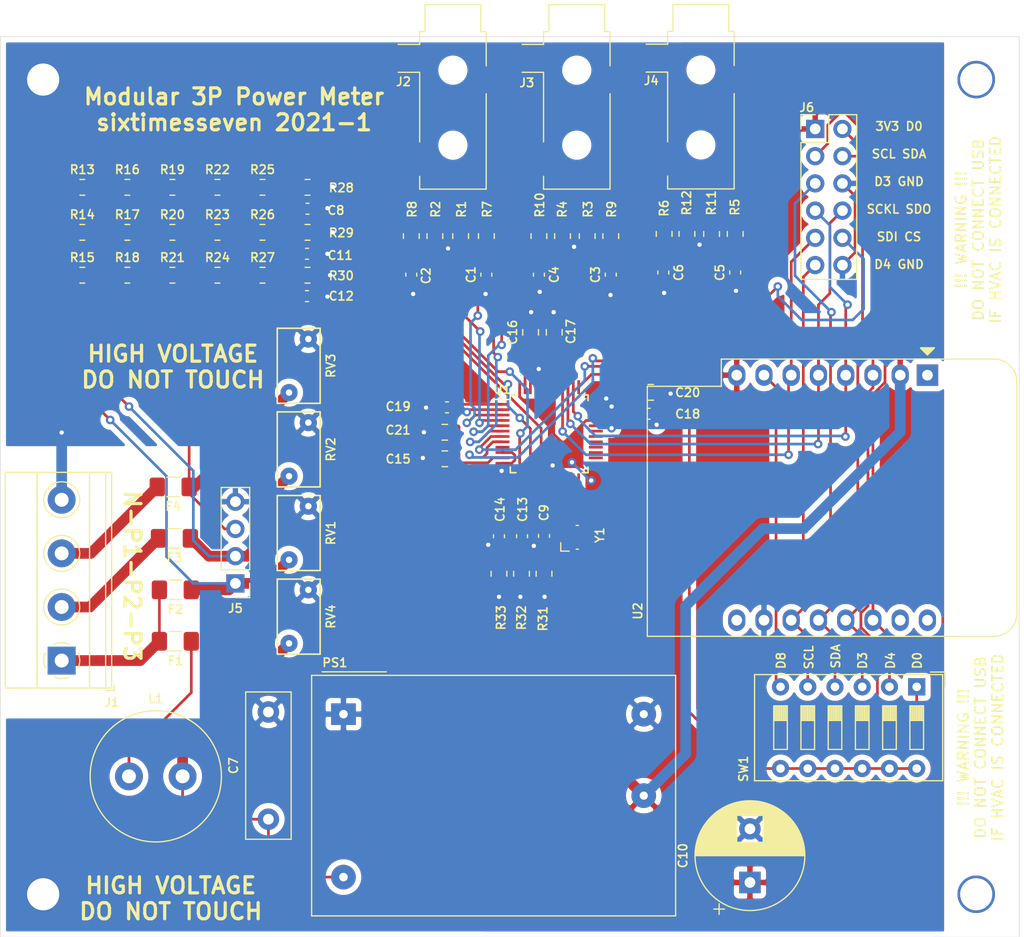
<source format=kicad_pcb>
(kicad_pcb (version 20171130) (host pcbnew "(5.1.10)-1")
  (layers (0 F.Cu signal) (31 B.Cu signal) (34 B.Paste user) (35 F.Paste user) (36 B.SilkS user) (37 F.SilkS user) (38 B.Mask user) (39 F.Mask user) (44 Edge.Cuts user))
  (net 0 "")
  (net 1 /I1P)
  (net 2 GND)
  (net 3 /I1N)
  (net 4 /I2P)
  (net 5 /I2N)
  (net 6 /I3P)
  (net 7 /I3N)
  (net 8 "Net-(C7-Pad1)")
  (net 9 /VP1)
  (net 10 "Net-(C9-Pad2)")
  (net 11 +3V3)
  (net 12 /VP2)
  (net 13 /VP3)
  (net 14 "Net-(C13-Pad2)")
  (net 15 "Net-(C14-Pad2)")
  (net 16 "Net-(C15-Pad1)")
  (net 17 "Net-(C16-Pad1)")
  (net 18 /M_P1)
  (net 19 "Net-(F1-Pad1)")
  (net 20 /M_P2)
  (net 21 /M_P3)
  (net 22 "Net-(J2-PadT)")
  (net 23 "Net-(J2-PadS)")
  (net 24 "Net-(J2-PadR)")
  (net 25 "Net-(J3-PadT)")
  (net 26 "Net-(J3-PadS)")
  (net 27 "Net-(J3-PadR)")
  (net 28 "Net-(J4-PadT)")
  (net 29 "Net-(J4-PadS)")
  (net 30 "Net-(J4-PadR)")
  (net 31 /CS)
  (net 32 /SDI)
  (net 33 /SDO)
  (net 34 /SCKL)
  (net 35 "Net-(R13-Pad2)")
  (net 36 "Net-(R14-Pad2)")
  (net 37 "Net-(R15-Pad2)")
  (net 38 "Net-(R16-Pad2)")
  (net 39 "Net-(R17-Pad2)")
  (net 40 "Net-(R18-Pad2)")
  (net 41 "Net-(R19-Pad2)")
  (net 42 "Net-(R20-Pad2)")
  (net 43 "Net-(R21-Pad2)")
  (net 44 "Net-(R22-Pad2)")
  (net 45 "Net-(R23-Pad2)")
  (net 46 "Net-(R24-Pad2)")
  (net 47 "Net-(U1-Pad46)")
  (net 48 "Net-(U1-Pad45)")
  (net 49 "Net-(U1-Pad31)")
  (net 50 "Net-(U1-Pad30)")
  (net 51 "Net-(U1-Pad29)")
  (net 52 "Net-(U1-Pad28)")
  (net 53 "Net-(U1-Pad27)")
  (net 54 "Net-(U1-Pad26)")
  (net 55 "Net-(U1-Pad25)")
  (net 56 "Net-(U1-Pad24)")
  (net 57 "Net-(U1-Pad23)")
  (net 58 "Net-(U1-Pad22)")
  (net 59 "Net-(U1-Pad21)")
  (net 60 "Net-(U1-Pad20)")
  (net 61 "Net-(U2-Pad16)")
  (net 62 "Net-(U2-Pad15)")
  (net 63 "Net-(U2-Pad9)")
  (net 64 "Net-(U2-Pad1)")
  (net 65 /P1)
  (net 66 /P2)
  (net 67 /P3)
  (net 68 /D4)
  (net 69 /D3)
  (net 70 /SDA)
  (net 71 /SCL)
  (net 72 /D0)
  (net 73 /CS_P)
  (module Module:WEMOS_D1_mini_light (layer F.Cu) (at 130.65 86.975 270)
    (fp_text reference U2 (at 22 27 90) (layer F.SilkS) (effects (font (size 0.8 0.8))))
    (fp_text value WeMos_D1_mini hide)
    (pad 16 thru_hole oval (at 22.86 0 270) (size 2 1.6) (drill 1) (layers *.Cu *.Mask) (net 61 "Net-(U2-Pad16)"))
    (pad 15 thru_hole oval (at 22.86 2.54 270) (size 2 1.6) (drill 1) (layers *.Cu *.Mask) (net 62 "Net-(U2-Pad15)"))
    (pad 14 thru_hole oval (at 22.86 5.08 270) (size 2 1.6) (drill 1) (layers *.Cu *.Mask) (net 71 /SCL))
    (pad 13 thru_hole oval (at 22.86 7.62 270) (size 2 1.6) (drill 1) (layers *.Cu *.Mask) (net 70 /SDA))
    (pad 12 thru_hole oval (at 22.86 10.16 270) (size 2 1.6) (drill 1) (layers *.Cu *.Mask) (net 69 /D3))
    (pad 11 thru_hole oval (at 22.86 12.7 270) (size 2 1.6) (drill 1) (layers *.Cu *.Mask) (net 68 /D4))
    (pad 10 thru_hole oval (at 22.86 15.24 270) (size 2 1.6) (drill 1) (layers *.Cu *.Mask) (net 2 GND))
    (pad 9 thru_hole oval (at 22.86 17.78 270) (size 2 1.6) (drill 1) (layers *.Cu *.Mask) (net 63 "Net-(U2-Pad9)"))
    (pad 8 thru_hole oval (at 0 17.78 270) (size 2 1.6) (drill 1) (layers *.Cu *.Mask) (net 11 +3V3))
    (pad 7 thru_hole oval (at 0 15.24 270) (size 2 1.6) (drill 1) (layers *.Cu *.Mask) (net 73 /CS_P))
    (pad 6 thru_hole oval (at 0 12.7 270) (size 2 1.6) (drill 1) (layers *.Cu *.Mask) (net 32 /SDI))
    (pad 5 thru_hole oval (at 0 10.16 270) (size 2 1.6) (drill 1) (layers *.Cu *.Mask) (net 33 /SDO))
    (pad 4 thru_hole oval (at 0 7.62 270) (size 2 1.6) (drill 1) (layers *.Cu *.Mask) (net 34 /SCKL))
    (pad 3 thru_hole oval (at 0 5.08 270) (size 2 1.6) (drill 1) (layers *.Cu *.Mask) (net 72 /D0))
    (pad 1 thru_hole rect (at 0 0 270) (size 2 2) (drill 1) (layers *.Cu *.Mask) (net 64 "Net-(U2-Pad1)"))
    (pad 2 thru_hole oval (at 0 2.54 270) (size 2 1.6) (drill 1) (layers *.Cu *.Mask) (net 11 +3V3))
  )
  (module TerminalBlock_Phoenix:TerminalBlock_Phoenix_MKDS-1,5-4_1x04_P5.00mm_Horizontal (layer F.Cu) (at 49.925 113.6 90)
    (fp_text reference J1 (at -3.9 4.675) (layer F.SilkS) (effects (font (size 0.8 0.8))))
    (fp_text value Screw_Terminal_01x04 hide)
    (pad 4 thru_hole circle (at 15 0 90) (size 2.6 2.6) (drill 1.3) (layers *.Cu *.Mask) (net 2 GND))
    (pad 3 thru_hole circle (at 10 0 90) (size 2.6 2.6) (drill 1.3) (layers *.Cu *.Mask) (net 21 /M_P3))
    (pad 2 thru_hole circle (at 5 0 90) (size 2.6 2.6) (drill 1.3) (layers *.Cu *.Mask) (net 20 /M_P2))
    (pad 1 thru_hole rect (at 0 0 90) (size 2.6 2.6) (drill 1.3) (layers *.Cu *.Mask) (net 18 /M_P1))
  )
  (module Button_Switch_THT:SW_DIP_SPSTx06_Slide_9.78x17.42mm_W7.62mm_P2.54mm (layer F.Cu) (at 129.65 116.05 270)
    (fp_text reference SW1 (at 7.65 16.15 90) (layer F.SilkS) (effects (font (size 0.8 0.8))))
    (fp_text value SW_DIP_x06 hide)
    (pad 12 thru_hole oval (at 7.62 0 270) (size 1.6 1.6) (drill 0.8) (layers *.Cu *.Mask) (net 31 /CS))
    (pad 6 thru_hole oval (at 0 12.7 270) (size 1.6 1.6) (drill 0.8) (layers *.Cu *.Mask) (net 73 /CS_P))
    (pad 11 thru_hole oval (at 7.62 2.54 270) (size 1.6 1.6) (drill 0.8) (layers *.Cu *.Mask) (net 31 /CS))
    (pad 5 thru_hole oval (at 0 10.16 270) (size 1.6 1.6) (drill 0.8) (layers *.Cu *.Mask) (net 68 /D4))
    (pad 10 thru_hole oval (at 7.62 5.08 270) (size 1.6 1.6) (drill 0.8) (layers *.Cu *.Mask) (net 31 /CS))
    (pad 4 thru_hole oval (at 0 7.62 270) (size 1.6 1.6) (drill 0.8) (layers *.Cu *.Mask) (net 69 /D3))
    (pad 9 thru_hole oval (at 7.62 7.62 270) (size 1.6 1.6) (drill 0.8) (layers *.Cu *.Mask) (net 31 /CS))
    (pad 3 thru_hole oval (at 0 5.08 270) (size 1.6 1.6) (drill 0.8) (layers *.Cu *.Mask) (net 70 /SDA))
    (pad 8 thru_hole oval (at 7.62 10.16 270) (size 1.6 1.6) (drill 0.8) (layers *.Cu *.Mask) (net 31 /CS))
    (pad 2 thru_hole oval (at 0 2.54 270) (size 1.6 1.6) (drill 0.8) (layers *.Cu *.Mask) (net 71 /SCL))
    (pad 7 thru_hole oval (at 7.62 12.7 270) (size 1.6 1.6) (drill 0.8) (layers *.Cu *.Mask) (net 31 /CS))
    (pad 1 thru_hole rect (at 0 0 270) (size 1.6 1.6) (drill 0.8) (layers *.Cu *.Mask) (net 72 /D0))
  )
  (module Varistor:RV_Disc_D7mm_W4mm_P5mm (layer F.Cu) (at 71.125 112 90)
    (fp_text reference RV4 (at 2.5 3.9 90) (layer F.SilkS) (effects (font (size 0.8 0.8))))
    (fp_text value Varistor hide)
    (pad 2 thru_hole circle (at 5 1.8 90) (size 1.6 1.6) (drill 0.6) (layers *.Cu *.Mask) (net 2 GND))
    (pad 1 thru_hole circle (at 0 0 90) (size 1.6 1.6) (drill 0.6) (layers *.Cu *.Mask) (net 8 "Net-(C7-Pad1)"))
  )
  (module Connector_PinHeader_2.54mm:PinHeader_2x06_P2.54mm_Vertical (layer F.Cu) (at 120.185 64.005)
    (fp_text reference J6 (at -0.785 -2.005) (layer F.SilkS) (effects (font (size 0.8 0.8))))
    (fp_text value Conn_02x06_Top_Bottom hide)
    (pad 12 thru_hole oval (at 2.54 12.7) (size 1.7 1.7) (drill 1) (layers *.Cu *.Mask) (net 2 GND))
    (pad 11 thru_hole oval (at 0 12.7) (size 1.7 1.7) (drill 1) (layers *.Cu *.Mask) (net 68 /D4))
    (pad 10 thru_hole oval (at 2.54 10.16) (size 1.7 1.7) (drill 1) (layers *.Cu *.Mask) (net 31 /CS))
    (pad 9 thru_hole oval (at 0 10.16) (size 1.7 1.7) (drill 1) (layers *.Cu *.Mask) (net 32 /SDI))
    (pad 8 thru_hole oval (at 2.54 7.62) (size 1.7 1.7) (drill 1) (layers *.Cu *.Mask) (net 33 /SDO))
    (pad 7 thru_hole oval (at 0 7.62) (size 1.7 1.7) (drill 1) (layers *.Cu *.Mask) (net 34 /SCKL))
    (pad 6 thru_hole oval (at 2.54 5.08) (size 1.7 1.7) (drill 1) (layers *.Cu *.Mask) (net 2 GND))
    (pad 5 thru_hole oval (at 0 5.08) (size 1.7 1.7) (drill 1) (layers *.Cu *.Mask) (net 69 /D3))
    (pad 4 thru_hole oval (at 2.54 2.54) (size 1.7 1.7) (drill 1) (layers *.Cu *.Mask) (net 70 /SDA))
    (pad 3 thru_hole oval (at 0 2.54) (size 1.7 1.7) (drill 1) (layers *.Cu *.Mask) (net 71 /SCL))
    (pad 2 thru_hole oval (at 2.54 0) (size 1.7 1.7) (drill 1) (layers *.Cu *.Mask) (net 72 /D0))
    (pad 1 thru_hole rect (at 0 0) (size 1.7 1.7) (drill 1) (layers *.Cu *.Mask) (net 11 +3V3))
  )
  (module Connector_PinHeader_2.54mm:PinHeader_1x04_P2.54mm_Vertical (layer F.Cu) (at 66.125 106.4 180)
    (fp_text reference J5 (at 0 -2.33) (layer F.SilkS) (effects (font (size 0.8 0.8))))
    (fp_text value Conn_01x04 hide)
    (pad 4 thru_hole oval (at 0 7.62 180) (size 1.7 1.7) (drill 1) (layers *.Cu *.Mask) (net 2 GND))
    (pad 3 thru_hole oval (at 0 5.08 180) (size 1.7 1.7) (drill 1) (layers *.Cu *.Mask) (net 67 /P3))
    (pad 2 thru_hole oval (at 0 2.54 180) (size 1.7 1.7) (drill 1) (layers *.Cu *.Mask) (net 66 /P2))
    (pad 1 thru_hole rect (at 0 0 180) (size 1.7 1.7) (drill 1) (layers *.Cu *.Mask) (net 65 /P1))
  )
  (module Crystal:Crystal_SMD_Abracon_ABM10-4Pin_2.5x2.0mm (layer F.Cu) (at 98 102.1 90)
    (fp_text reference Y1 (at 0.2 2.1 90) (layer F.SilkS) (effects (font (size 0.8 0.8))))
    (fp_text value ABM10-16.384MHZ-E20-T‎ hide)
    (pad 4 smd rect (at 0.625 -0.825 90) (size 0.8 0.9) (layers F.Cu F.Paste F.Mask))
    (pad 2 smd rect (at -0.625 0.825 90) (size 0.8 0.9) (layers F.Cu F.Paste F.Mask) (net 59 "Net-(U1-Pad21)"))
    (pad 3 smd rect (at 0.625 0.825 90) (size 0.8 0.9) (layers F.Cu F.Paste F.Mask))
    (pad 1 smd rect (at -0.625 -0.825 90) (size 0.8 0.9) (layers F.Cu F.Paste F.Mask) (net 60 "Net-(U1-Pad20)"))
  )
  (module Package_QFP:TQFP-48_7x7mm_P0.5mm (layer F.Cu) (at 95.38 92.445)
    (fp_text reference U1 (at -4.38 -4.145) (layer F.SilkS) (effects (font (size 0.8 0.8))))
    (fp_text value ATM90E32AS hide)
    (pad 48 smd rect (at -2.75 -4.35 90) (size 1.3 0.25) (layers F.Cu F.Paste F.Mask) (net 11 +3V3))
    (pad 47 smd rect (at -2.25 -4.35 90) (size 1.3 0.25) (layers F.Cu F.Paste F.Mask) (net 2 GND))
    (pad 46 smd rect (at -1.75 -4.35 90) (size 1.3 0.25) (layers F.Cu F.Paste F.Mask) (net 47 "Net-(U1-Pad46)"))
    (pad 45 smd rect (at -1.25 -4.35 90) (size 1.3 0.25) (layers F.Cu F.Paste F.Mask) (net 48 "Net-(U1-Pad45)"))
    (pad 44 smd rect (at -0.75 -4.35 90) (size 1.3 0.25) (layers F.Cu F.Paste F.Mask) (net 2 GND))
    (pad 43 smd rect (at -0.25 -4.35 90) (size 1.3 0.25) (layers F.Cu F.Paste F.Mask) (net 17 "Net-(C16-Pad1)"))
    (pad 42 smd rect (at 0.25 -4.35 90) (size 1.3 0.25) (layers F.Cu F.Paste F.Mask) (net 17 "Net-(C16-Pad1)"))
    (pad 41 smd rect (at 0.75 -4.35 90) (size 1.3 0.25) (layers F.Cu F.Paste F.Mask) (net 11 +3V3))
    (pad 40 smd rect (at 1.25 -4.35 90) (size 1.3 0.25) (layers F.Cu F.Paste F.Mask) (net 32 /SDI))
    (pad 39 smd rect (at 1.75 -4.35 90) (size 1.3 0.25) (layers F.Cu F.Paste F.Mask) (net 33 /SDO))
    (pad 38 smd rect (at 2.25 -4.35 90) (size 1.3 0.25) (layers F.Cu F.Paste F.Mask) (net 34 /SCKL))
    (pad 37 smd rect (at 2.75 -4.35 90) (size 1.3 0.25) (layers F.Cu F.Paste F.Mask) (net 31 /CS))
    (pad 36 smd rect (at 4.35 -2.75) (size 1.3 0.25) (layers F.Cu F.Paste F.Mask) (net 2 GND))
    (pad 35 smd rect (at 4.35 -2.25) (size 1.3 0.25) (layers F.Cu F.Paste F.Mask) (net 2 GND))
    (pad 34 smd rect (at 4.35 -1.75) (size 1.3 0.25) (layers F.Cu F.Paste F.Mask) (net 11 +3V3))
    (pad 33 smd rect (at 4.35 -1.25) (size 1.3 0.25) (layers F.Cu F.Paste F.Mask) (net 11 +3V3))
    (pad 32 smd rect (at 4.35 -0.75) (size 1.3 0.25) (layers F.Cu F.Paste F.Mask) (net 2 GND))
    (pad 31 smd rect (at 4.35 -0.25) (size 1.3 0.25) (layers F.Cu F.Paste F.Mask) (net 49 "Net-(U1-Pad31)"))
    (pad 30 smd rect (at 4.35 0.25) (size 1.3 0.25) (layers F.Cu F.Paste F.Mask) (net 50 "Net-(U1-Pad30)"))
    (pad 29 smd rect (at 4.35 0.75) (size 1.3 0.25) (layers F.Cu F.Paste F.Mask) (net 51 "Net-(U1-Pad29)"))
    (pad 28 smd rect (at 4.35 1.25) (size 1.3 0.25) (layers F.Cu F.Paste F.Mask) (net 52 "Net-(U1-Pad28)"))
    (pad 27 smd rect (at 4.35 1.75) (size 1.3 0.25) (layers F.Cu F.Paste F.Mask) (net 53 "Net-(U1-Pad27)"))
    (pad 26 smd rect (at 4.35 2.25) (size 1.3 0.25) (layers F.Cu F.Paste F.Mask) (net 54 "Net-(U1-Pad26)"))
    (pad 25 smd rect (at 4.35 2.75) (size 1.3 0.25) (layers F.Cu F.Paste F.Mask) (net 55 "Net-(U1-Pad25)"))
    (pad 24 smd rect (at 2.75 4.35 90) (size 1.3 0.25) (layers F.Cu F.Paste F.Mask) (net 56 "Net-(U1-Pad24)"))
    (pad 23 smd rect (at 2.25 4.35 90) (size 1.3 0.25) (layers F.Cu F.Paste F.Mask) (net 57 "Net-(U1-Pad23)"))
    (pad 22 smd rect (at 1.75 4.35 90) (size 1.3 0.25) (layers F.Cu F.Paste F.Mask) (net 58 "Net-(U1-Pad22)"))
    (pad 21 smd rect (at 1.25 4.35 90) (size 1.3 0.25) (layers F.Cu F.Paste F.Mask) (net 59 "Net-(U1-Pad21)"))
    (pad 20 smd rect (at 0.75 4.35 90) (size 1.3 0.25) (layers F.Cu F.Paste F.Mask) (net 60 "Net-(U1-Pad20)"))
    (pad 19 smd rect (at 0.25 4.35 90) (size 1.3 0.25) (layers F.Cu F.Paste F.Mask) (net 2 GND))
    (pad 18 smd rect (at -0.25 4.35 90) (size 1.3 0.25) (layers F.Cu F.Paste F.Mask) (net 10 "Net-(C9-Pad2)"))
    (pad 17 smd rect (at -0.75 4.35 90) (size 1.3 0.25) (layers F.Cu F.Paste F.Mask) (net 13 /VP3))
    (pad 16 smd rect (at -1.25 4.35 90) (size 1.3 0.25) (layers F.Cu F.Paste F.Mask) (net 14 "Net-(C13-Pad2)"))
    (pad 15 smd rect (at -1.75 4.35 90) (size 1.3 0.25) (layers F.Cu F.Paste F.Mask) (net 12 /VP2))
    (pad 14 smd rect (at -2.25 4.35 90) (size 1.3 0.25) (layers F.Cu F.Paste F.Mask) (net 15 "Net-(C14-Pad2)"))
    (pad 13 smd rect (at -2.75 4.35 90) (size 1.3 0.25) (layers F.Cu F.Paste F.Mask) (net 9 /VP1))
    (pad 12 smd rect (at -4.35 2.75) (size 1.3 0.25) (layers F.Cu F.Paste F.Mask) (net 2 GND))
    (pad 11 smd rect (at -4.35 2.25) (size 1.3 0.25) (layers F.Cu F.Paste F.Mask) (net 16 "Net-(C15-Pad1)"))
    (pad 10 smd rect (at -4.35 1.75) (size 1.3 0.25) (layers F.Cu F.Paste F.Mask) (net 2 GND))
    (pad 9 smd rect (at -4.35 1.25) (size 1.3 0.25) (layers F.Cu F.Paste F.Mask) (net 2 GND))
    (pad 8 smd rect (at -4.35 0.75) (size 1.3 0.25) (layers F.Cu F.Paste F.Mask) (net 7 /I3N))
    (pad 7 smd rect (at -4.35 0.25) (size 1.3 0.25) (layers F.Cu F.Paste F.Mask) (net 6 /I3P))
    (pad 6 smd rect (at -4.35 -0.25) (size 1.3 0.25) (layers F.Cu F.Paste F.Mask) (net 5 /I2N))
    (pad 5 smd rect (at -4.35 -0.75) (size 1.3 0.25) (layers F.Cu F.Paste F.Mask) (net 4 /I2P))
    (pad 4 smd rect (at -4.35 -1.25) (size 1.3 0.25) (layers F.Cu F.Paste F.Mask) (net 3 /I1N))
    (pad 3 smd rect (at -4.35 -1.75) (size 1.3 0.25) (layers F.Cu F.Paste F.Mask) (net 1 /I1P))
    (pad 2 smd rect (at -4.35 -2.25) (size 1.3 0.25) (layers F.Cu F.Paste F.Mask) (net 2 GND))
    (pad 1 smd rect (at -4.35 -2.75) (size 1.3 0.25) (layers F.Cu F.Paste F.Mask) (net 11 +3V3))
  )
  (module Varistor:RV_Disc_D7mm_W4mm_P5mm (layer F.Cu) (at 71.125 88.6 90)
    (fp_text reference RV3 (at 2.5 3.9 90) (layer F.SilkS) (effects (font (size 0.8 0.8))))
    (fp_text value Varistor hide)
    (pad 2 thru_hole circle (at 5 1.8 90) (size 1.6 1.6) (drill 0.6) (layers *.Cu *.Mask) (net 2 GND))
    (pad 1 thru_hole circle (at 0 0 90) (size 1.6 1.6) (drill 0.6) (layers *.Cu *.Mask) (net 67 /P3))
  )
  (module Varistor:RV_Disc_D7mm_W4mm_P5mm (layer F.Cu) (at 71.125 96.4 90)
    (fp_text reference RV2 (at 2.5 3.9 90) (layer F.SilkS) (effects (font (size 0.8 0.8))))
    (fp_text value Varistor hide)
    (pad 2 thru_hole circle (at 5 1.8 90) (size 1.6 1.6) (drill 0.6) (layers *.Cu *.Mask) (net 2 GND))
    (pad 1 thru_hole circle (at 0 0 90) (size 1.6 1.6) (drill 0.6) (layers *.Cu *.Mask) (net 66 /P2))
  )
  (module Varistor:RV_Disc_D7mm_W4mm_P5mm (layer F.Cu) (at 71.125 104.2 90)
    (fp_text reference RV1 (at 2.5 3.9 90) (layer F.SilkS) (effects (font (size 0.8 0.8))))
    (fp_text value Varistor hide)
    (pad 2 thru_hole circle (at 5 1.8 90) (size 1.6 1.6) (drill 0.6) (layers *.Cu *.Mask) (net 2 GND))
    (pad 1 thru_hole circle (at 0 0 90) (size 1.6 1.6) (drill 0.6) (layers *.Cu *.Mask) (net 65 /P1))
  )
  (module Resistor_SMD:R_0805_2012Metric_Pad1.20x1.40mm_HandSolder (layer F.Cu) (at 90.7 105.5 90)
    (fp_text reference R33 (at -4.1 0.2 90) (layer F.SilkS) (effects (font (size 0.8 0.8))))
    (fp_text value 1k hide)
    (pad 2 smd roundrect (at 1 0 90) (size 1.2 1.4) (layers F.Cu F.Paste F.Mask) (roundrect_rratio 0.2083325) (net 15 "Net-(C14-Pad2)"))
    (pad 1 smd roundrect (at -1 0 90) (size 1.2 1.4) (layers F.Cu F.Paste F.Mask) (roundrect_rratio 0.2083325) (net 2 GND))
  )
  (module Resistor_SMD:R_0805_2012Metric_Pad1.20x1.40mm_HandSolder (layer F.Cu) (at 92.8 105.5 90)
    (fp_text reference R32 (at -4.1 0 90) (layer F.SilkS) (effects (font (size 0.8 0.8))))
    (fp_text value 1k hide)
    (pad 2 smd roundrect (at 1 0 90) (size 1.2 1.4) (layers F.Cu F.Paste F.Mask) (roundrect_rratio 0.2083325) (net 14 "Net-(C13-Pad2)"))
    (pad 1 smd roundrect (at -1 0 90) (size 1.2 1.4) (layers F.Cu F.Paste F.Mask) (roundrect_rratio 0.2083325) (net 2 GND))
  )
  (module Resistor_SMD:R_0805_2012Metric_Pad1.20x1.40mm_HandSolder (layer F.Cu) (at 94.9 105.5 90)
    (fp_text reference R31 (at -4.2 -0.1 90) (layer F.SilkS) (effects (font (size 0.8 0.8))))
    (fp_text value 1k hide)
    (pad 2 smd roundrect (at 1 0 90) (size 1.2 1.4) (layers F.Cu F.Paste F.Mask) (roundrect_rratio 0.2083325) (net 10 "Net-(C9-Pad2)"))
    (pad 1 smd roundrect (at -1 0 90) (size 1.2 1.4) (layers F.Cu F.Paste F.Mask) (roundrect_rratio 0.2083325) (net 2 GND))
  )
  (module Resistor_SMD:R_0805_2012Metric_Pad1.20x1.40mm_HandSolder (layer F.Cu) (at 72.85 77.65)
    (fp_text reference R30 (at 3.15 0.05) (layer F.SilkS) (effects (font (size 0.8 0.8))))
    (fp_text value 20k hide)
    (pad 2 smd roundrect (at 1 0) (size 1.2 1.4) (layers F.Cu F.Paste F.Mask) (roundrect_rratio 0.2083325) (net 2 GND))
    (pad 1 smd roundrect (at -1 0) (size 1.2 1.4) (layers F.Cu F.Paste F.Mask) (roundrect_rratio 0.2083325) (net 13 /VP3))
  )
  (module Resistor_SMD:R_0805_2012Metric_Pad1.20x1.40mm_HandSolder (layer F.Cu) (at 72.85 73.65)
    (fp_text reference R29 (at 3.15 0.05) (layer F.SilkS) (effects (font (size 0.8 0.8))))
    (fp_text value 20k hide)
    (pad 2 smd roundrect (at 1 0) (size 1.2 1.4) (layers F.Cu F.Paste F.Mask) (roundrect_rratio 0.2083325) (net 2 GND))
    (pad 1 smd roundrect (at -1 0) (size 1.2 1.4) (layers F.Cu F.Paste F.Mask) (roundrect_rratio 0.2083325) (net 12 /VP2))
  )
  (module Resistor_SMD:R_0805_2012Metric_Pad1.20x1.40mm_HandSolder (layer F.Cu) (at 72.85 69.45)
    (fp_text reference R28 (at 3.15 0.05) (layer F.SilkS) (effects (font (size 0.8 0.8))))
    (fp_text value 20k hide)
    (pad 2 smd roundrect (at 1 0) (size 1.2 1.4) (layers F.Cu F.Paste F.Mask) (roundrect_rratio 0.2083325) (net 2 GND))
    (pad 1 smd roundrect (at -1 0) (size 1.2 1.4) (layers F.Cu F.Paste F.Mask) (roundrect_rratio 0.2083325) (net 9 /VP1))
  )
  (module Resistor_SMD:R_0805_2012Metric_Pad1.20x1.40mm_HandSolder (layer F.Cu) (at 68.65 77.65)
    (fp_text reference R27 (at 0 -1.65) (layer F.SilkS) (effects (font (size 0.8 0.8))))
    (fp_text value 220k hide)
    (pad 2 smd roundrect (at 1 0) (size 1.2 1.4) (layers F.Cu F.Paste F.Mask) (roundrect_rratio 0.2083325) (net 13 /VP3))
    (pad 1 smd roundrect (at -1 0) (size 1.2 1.4) (layers F.Cu F.Paste F.Mask) (roundrect_rratio 0.2083325) (net 46 "Net-(R24-Pad2)"))
  )
  (module Resistor_SMD:R_0805_2012Metric_Pad1.20x1.40mm_HandSolder (layer F.Cu) (at 68.65 73.65)
    (fp_text reference R26 (at 0 -1.65) (layer F.SilkS) (effects (font (size 0.8 0.8))))
    (fp_text value 220k hide)
    (pad 2 smd roundrect (at 1 0) (size 1.2 1.4) (layers F.Cu F.Paste F.Mask) (roundrect_rratio 0.2083325) (net 12 /VP2))
    (pad 1 smd roundrect (at -1 0) (size 1.2 1.4) (layers F.Cu F.Paste F.Mask) (roundrect_rratio 0.2083325) (net 45 "Net-(R23-Pad2)"))
  )
  (module Resistor_SMD:R_0805_2012Metric_Pad1.20x1.40mm_HandSolder (layer F.Cu) (at 68.65 69.45)
    (fp_text reference R25 (at 0 -1.65) (layer F.SilkS) (effects (font (size 0.8 0.8))))
    (fp_text value 220k hide)
    (pad 2 smd roundrect (at 1 0) (size 1.2 1.4) (layers F.Cu F.Paste F.Mask) (roundrect_rratio 0.2083325) (net 9 /VP1))
    (pad 1 smd roundrect (at -1 0) (size 1.2 1.4) (layers F.Cu F.Paste F.Mask) (roundrect_rratio 0.2083325) (net 44 "Net-(R22-Pad2)"))
  )
  (module Resistor_SMD:R_0805_2012Metric_Pad1.20x1.40mm_HandSolder (layer F.Cu) (at 64.45 77.65)
    (fp_text reference R24 (at 0 -1.65) (layer F.SilkS) (effects (font (size 0.8 0.8))))
    (fp_text value 220k hide)
    (pad 2 smd roundrect (at 1 0) (size 1.2 1.4) (layers F.Cu F.Paste F.Mask) (roundrect_rratio 0.2083325) (net 46 "Net-(R24-Pad2)"))
    (pad 1 smd roundrect (at -1 0) (size 1.2 1.4) (layers F.Cu F.Paste F.Mask) (roundrect_rratio 0.2083325) (net 43 "Net-(R21-Pad2)"))
  )
  (module Resistor_SMD:R_0805_2012Metric_Pad1.20x1.40mm_HandSolder (layer F.Cu) (at 64.45 73.65)
    (fp_text reference R23 (at 0 -1.65) (layer F.SilkS) (effects (font (size 0.8 0.8))))
    (fp_text value 220k hide)
    (pad 2 smd roundrect (at 1 0) (size 1.2 1.4) (layers F.Cu F.Paste F.Mask) (roundrect_rratio 0.2083325) (net 45 "Net-(R23-Pad2)"))
    (pad 1 smd roundrect (at -1 0) (size 1.2 1.4) (layers F.Cu F.Paste F.Mask) (roundrect_rratio 0.2083325) (net 42 "Net-(R20-Pad2)"))
  )
  (module Resistor_SMD:R_0805_2012Metric_Pad1.20x1.40mm_HandSolder (layer F.Cu) (at 64.45 69.45)
    (fp_text reference R22 (at 0 -1.65) (layer F.SilkS) (effects (font (size 0.8 0.8))))
    (fp_text value 220k hide)
    (pad 2 smd roundrect (at 1 0) (size 1.2 1.4) (layers F.Cu F.Paste F.Mask) (roundrect_rratio 0.2083325) (net 44 "Net-(R22-Pad2)"))
    (pad 1 smd roundrect (at -1 0) (size 1.2 1.4) (layers F.Cu F.Paste F.Mask) (roundrect_rratio 0.2083325) (net 41 "Net-(R19-Pad2)"))
  )
  (module Resistor_SMD:R_0805_2012Metric_Pad1.20x1.40mm_HandSolder (layer F.Cu) (at 60.25 77.65)
    (fp_text reference R21 (at 0 -1.65) (layer F.SilkS) (effects (font (size 0.8 0.8))))
    (fp_text value 220k hide)
    (pad 2 smd roundrect (at 1 0) (size 1.2 1.4) (layers F.Cu F.Paste F.Mask) (roundrect_rratio 0.2083325) (net 43 "Net-(R21-Pad2)"))
    (pad 1 smd roundrect (at -1 0) (size 1.2 1.4) (layers F.Cu F.Paste F.Mask) (roundrect_rratio 0.2083325) (net 40 "Net-(R18-Pad2)"))
  )
  (module Resistor_SMD:R_0805_2012Metric_Pad1.20x1.40mm_HandSolder (layer F.Cu) (at 60.25 73.65)
    (fp_text reference R20 (at 0 -1.65) (layer F.SilkS) (effects (font (size 0.8 0.8))))
    (fp_text value 220k hide)
    (pad 2 smd roundrect (at 1 0) (size 1.2 1.4) (layers F.Cu F.Paste F.Mask) (roundrect_rratio 0.2083325) (net 42 "Net-(R20-Pad2)"))
    (pad 1 smd roundrect (at -1 0) (size 1.2 1.4) (layers F.Cu F.Paste F.Mask) (roundrect_rratio 0.2083325) (net 39 "Net-(R17-Pad2)"))
  )
  (module Resistor_SMD:R_0805_2012Metric_Pad1.20x1.40mm_HandSolder (layer F.Cu) (at 60.25 69.45)
    (fp_text reference R19 (at 0 -1.65) (layer F.SilkS) (effects (font (size 0.8 0.8))))
    (fp_text value 220k hide)
    (pad 2 smd roundrect (at 1 0) (size 1.2 1.4) (layers F.Cu F.Paste F.Mask) (roundrect_rratio 0.2083325) (net 41 "Net-(R19-Pad2)"))
    (pad 1 smd roundrect (at -1 0) (size 1.2 1.4) (layers F.Cu F.Paste F.Mask) (roundrect_rratio 0.2083325) (net 38 "Net-(R16-Pad2)"))
  )
  (module Resistor_SMD:R_0805_2012Metric_Pad1.20x1.40mm_HandSolder (layer F.Cu) (at 56.05 77.65)
    (fp_text reference R18 (at 0 -1.65) (layer F.SilkS) (effects (font (size 0.8 0.8))))
    (fp_text value 220k hide)
    (pad 2 smd roundrect (at 1 0) (size 1.2 1.4) (layers F.Cu F.Paste F.Mask) (roundrect_rratio 0.2083325) (net 40 "Net-(R18-Pad2)"))
    (pad 1 smd roundrect (at -1 0) (size 1.2 1.4) (layers F.Cu F.Paste F.Mask) (roundrect_rratio 0.2083325) (net 37 "Net-(R15-Pad2)"))
  )
  (module Resistor_SMD:R_0805_2012Metric_Pad1.20x1.40mm_HandSolder (layer F.Cu) (at 56.05 73.65)
    (fp_text reference R17 (at 0 -1.65) (layer F.SilkS) (effects (font (size 0.8 0.8))))
    (fp_text value 220k hide)
    (pad 2 smd roundrect (at 1 0) (size 1.2 1.4) (layers F.Cu F.Paste F.Mask) (roundrect_rratio 0.2083325) (net 39 "Net-(R17-Pad2)"))
    (pad 1 smd roundrect (at -1 0) (size 1.2 1.4) (layers F.Cu F.Paste F.Mask) (roundrect_rratio 0.2083325) (net 36 "Net-(R14-Pad2)"))
  )
  (module Resistor_SMD:R_0805_2012Metric_Pad1.20x1.40mm_HandSolder (layer F.Cu) (at 56.05 69.45)
    (fp_text reference R16 (at 0 -1.65) (layer F.SilkS) (effects (font (size 0.8 0.8))))
    (fp_text value 220k hide)
    (pad 2 smd roundrect (at 1 0) (size 1.2 1.4) (layers F.Cu F.Paste F.Mask) (roundrect_rratio 0.2083325) (net 38 "Net-(R16-Pad2)"))
    (pad 1 smd roundrect (at -1 0) (size 1.2 1.4) (layers F.Cu F.Paste F.Mask) (roundrect_rratio 0.2083325) (net 35 "Net-(R13-Pad2)"))
  )
  (module Resistor_SMD:R_0805_2012Metric_Pad1.20x1.40mm_HandSolder (layer F.Cu) (at 51.85 77.65)
    (fp_text reference R15 (at 0 -1.65) (layer F.SilkS) (effects (font (size 0.8 0.8))))
    (fp_text value 220k hide)
    (pad 2 smd roundrect (at 1 0) (size 1.2 1.4) (layers F.Cu F.Paste F.Mask) (roundrect_rratio 0.2083325) (net 37 "Net-(R15-Pad2)"))
    (pad 1 smd roundrect (at -1 0) (size 1.2 1.4) (layers F.Cu F.Paste F.Mask) (roundrect_rratio 0.2083325) (net 67 /P3))
  )
  (module Resistor_SMD:R_0805_2012Metric_Pad1.20x1.40mm_HandSolder (layer F.Cu) (at 51.85 73.65)
    (fp_text reference R14 (at 0 -1.65) (layer F.SilkS) (effects (font (size 0.8 0.8))))
    (fp_text value 220k hide)
    (pad 2 smd roundrect (at 1 0) (size 1.2 1.4) (layers F.Cu F.Paste F.Mask) (roundrect_rratio 0.2083325) (net 36 "Net-(R14-Pad2)"))
    (pad 1 smd roundrect (at -1 0) (size 1.2 1.4) (layers F.Cu F.Paste F.Mask) (roundrect_rratio 0.2083325) (net 66 /P2))
  )
  (module Resistor_SMD:R_0805_2012Metric_Pad1.20x1.40mm_HandSolder (layer F.Cu) (at 51.85 69.45)
    (fp_text reference R13 (at 0 -1.65) (layer F.SilkS) (effects (font (size 0.8 0.8))))
    (fp_text value 220k hide)
    (pad 2 smd roundrect (at 1 0) (size 1.2 1.4) (layers F.Cu F.Paste F.Mask) (roundrect_rratio 0.2083325) (net 35 "Net-(R13-Pad2)"))
    (pad 1 smd roundrect (at -1 0) (size 1.2 1.4) (layers F.Cu F.Paste F.Mask) (roundrect_rratio 0.2083325) (net 65 /P1))
  )
  (module Resistor_SMD:R_0805_2012Metric_Pad1.20x1.40mm_HandSolder (layer F.Cu) (at 106.1 73.8 270)
    (fp_text reference R12 (at -2.9 -2.1 90) (layer F.SilkS) (effects (font (size 0.8 0.8))))
    (fp_text value 1k hide)
    (pad 2 smd roundrect (at 1 0 270) (size 1.2 1.4) (layers F.Cu F.Paste F.Mask) (roundrect_rratio 0.2083325) (net 7 /I3N))
    (pad 1 smd roundrect (at -1 0 270) (size 1.2 1.4) (layers F.Cu F.Paste F.Mask) (roundrect_rratio 0.2083325) (net 28 "Net-(J4-PadT)"))
  )
  (module Resistor_SMD:R_0805_2012Metric_Pad1.20x1.40mm_HandSolder (layer F.Cu) (at 112.725 73.8 90)
    (fp_text reference R11 (at 2.9 -2.225 90) (layer F.SilkS) (effects (font (size 0.8 0.8))))
    (fp_text value 1k hide)
    (pad 2 smd roundrect (at 1 0 90) (size 1.2 1.4) (layers F.Cu F.Paste F.Mask) (roundrect_rratio 0.2083325) (net 29 "Net-(J4-PadS)"))
    (pad 1 smd roundrect (at -1 0 90) (size 1.2 1.4) (layers F.Cu F.Paste F.Mask) (roundrect_rratio 0.2083325) (net 6 /I3P))
  )
  (module Resistor_SMD:R_0805_2012Metric_Pad1.20x1.40mm_HandSolder (layer F.Cu) (at 94.425 74 270)
    (fp_text reference R10 (at -2.9 -0.075 90) (layer F.SilkS) (effects (font (size 0.8 0.8))))
    (fp_text value 1k hide)
    (pad 2 smd roundrect (at 1 0 270) (size 1.2 1.4) (layers F.Cu F.Paste F.Mask) (roundrect_rratio 0.2083325) (net 5 /I2N))
    (pad 1 smd roundrect (at -1 0 270) (size 1.2 1.4) (layers F.Cu F.Paste F.Mask) (roundrect_rratio 0.2083325) (net 25 "Net-(J3-PadT)"))
  )
  (module Resistor_SMD:R_0805_2012Metric_Pad1.20x1.40mm_HandSolder (layer F.Cu) (at 101.125 74 90)
    (fp_text reference R9 (at 2.5 0.075 90) (layer F.SilkS) (effects (font (size 0.8 0.8))))
    (fp_text value 1k hide)
    (pad 2 smd roundrect (at 1 0 90) (size 1.2 1.4) (layers F.Cu F.Paste F.Mask) (roundrect_rratio 0.2083325) (net 26 "Net-(J3-PadS)"))
    (pad 1 smd roundrect (at -1 0 90) (size 1.2 1.4) (layers F.Cu F.Paste F.Mask) (roundrect_rratio 0.2083325) (net 4 /I2P))
  )
  (module Resistor_SMD:R_0805_2012Metric_Pad1.20x1.40mm_HandSolder (layer F.Cu) (at 82.525 74 270)
    (fp_text reference R8 (at -2.5 -0.075 90) (layer F.SilkS) (effects (font (size 0.8 0.8))))
    (fp_text value 1k hide)
    (pad 2 smd roundrect (at 1 0 270) (size 1.2 1.4) (layers F.Cu F.Paste F.Mask) (roundrect_rratio 0.2083325) (net 3 /I1N))
    (pad 1 smd roundrect (at -1 0 270) (size 1.2 1.4) (layers F.Cu F.Paste F.Mask) (roundrect_rratio 0.2083325) (net 22 "Net-(J2-PadT)"))
  )
  (module Resistor_SMD:R_0805_2012Metric_Pad1.20x1.40mm_HandSolder (layer F.Cu) (at 89.525 74 90)
    (fp_text reference R7 (at 2.5 0.075 90) (layer F.SilkS) (effects (font (size 0.8 0.8))))
    (fp_text value 1k hide)
    (pad 2 smd roundrect (at 1 0 90) (size 1.2 1.4) (layers F.Cu F.Paste F.Mask) (roundrect_rratio 0.2083325) (net 23 "Net-(J2-PadS)"))
    (pad 1 smd roundrect (at -1 0 90) (size 1.2 1.4) (layers F.Cu F.Paste F.Mask) (roundrect_rratio 0.2083325) (net 1 /I1P))
  )
  (module Resistor_SMD:R_0805_2012Metric_Pad1.20x1.40mm_HandSolder (layer F.Cu) (at 108.225 73.8 90)
    (fp_text reference R6 (at 2.4 -2.125 90) (layer F.SilkS) (effects (font (size 0.8 0.8))))
    (fp_text value 22 hide)
    (pad 2 smd roundrect (at 1 0 90) (size 1.2 1.4) (layers F.Cu F.Paste F.Mask) (roundrect_rratio 0.2083325) (net 28 "Net-(J4-PadT)"))
    (pad 1 smd roundrect (at -1 0 90) (size 1.2 1.4) (layers F.Cu F.Paste F.Mask) (roundrect_rratio 0.2083325) (net 2 GND))
  )
  (module Resistor_SMD:R_0805_2012Metric_Pad1.20x1.40mm_HandSolder (layer F.Cu) (at 110.525 73.8 270)
    (fp_text reference R5 (at -2.5 -2.175 90) (layer F.SilkS) (effects (font (size 0.8 0.8))))
    (fp_text value 22 hide)
    (pad 2 smd roundrect (at 1 0 270) (size 1.2 1.4) (layers F.Cu F.Paste F.Mask) (roundrect_rratio 0.2083325) (net 2 GND))
    (pad 1 smd roundrect (at -1 0 270) (size 1.2 1.4) (layers F.Cu F.Paste F.Mask) (roundrect_rratio 0.2083325) (net 29 "Net-(J4-PadS)"))
  )
  (module Resistor_SMD:R_0805_2012Metric_Pad1.20x1.40mm_HandSolder (layer F.Cu) (at 96.625 74 90)
    (fp_text reference R4 (at 2.5 -0.025 90) (layer F.SilkS) (effects (font (size 0.8 0.8))))
    (fp_text value 22 hide)
    (pad 2 smd roundrect (at 1 0 90) (size 1.2 1.4) (layers F.Cu F.Paste F.Mask) (roundrect_rratio 0.2083325) (net 25 "Net-(J3-PadT)"))
    (pad 1 smd roundrect (at -1 0 90) (size 1.2 1.4) (layers F.Cu F.Paste F.Mask) (roundrect_rratio 0.2083325) (net 2 GND))
  )
  (module Resistor_SMD:R_0805_2012Metric_Pad1.20x1.40mm_HandSolder (layer F.Cu) (at 98.925 74 270)
    (fp_text reference R3 (at -2.5 -0.075 90) (layer F.SilkS) (effects (font (size 0.8 0.8))))
    (fp_text value 22 hide)
    (pad 2 smd roundrect (at 1 0 270) (size 1.2 1.4) (layers F.Cu F.Paste F.Mask) (roundrect_rratio 0.2083325) (net 2 GND))
    (pad 1 smd roundrect (at -1 0 270) (size 1.2 1.4) (layers F.Cu F.Paste F.Mask) (roundrect_rratio 0.2083325) (net 26 "Net-(J3-PadS)"))
  )
  (module Resistor_SMD:R_0805_2012Metric_Pad1.20x1.40mm_HandSolder (layer F.Cu) (at 84.725 74 90)
    (fp_text reference R2 (at 2.5 0.075 90) (layer F.SilkS) (effects (font (size 0.8 0.8))))
    (fp_text value 22 hide)
    (pad 2 smd roundrect (at 1 0 90) (size 1.2 1.4) (layers F.Cu F.Paste F.Mask) (roundrect_rratio 0.2083325) (net 22 "Net-(J2-PadT)"))
    (pad 1 smd roundrect (at -1 0 90) (size 1.2 1.4) (layers F.Cu F.Paste F.Mask) (roundrect_rratio 0.2083325) (net 2 GND))
  )
  (module Resistor_SMD:R_0805_2012Metric_Pad1.20x1.40mm_HandSolder (layer F.Cu) (at 87.125 74 270)
    (fp_text reference R1 (at -2.5 -0.075 90) (layer F.SilkS) (effects (font (size 0.8 0.8))))
    (fp_text value 22 hide)
    (pad 2 smd roundrect (at 1 0 270) (size 1.2 1.4) (layers F.Cu F.Paste F.Mask) (roundrect_rratio 0.2083325) (net 2 GND))
    (pad 1 smd roundrect (at -1 0 270) (size 1.2 1.4) (layers F.Cu F.Paste F.Mask) (roundrect_rratio 0.2083325) (net 23 "Net-(J2-PadS)"))
  )
  (module Converter_ACDC:Converter_ACDC_MeanWell_IRM-02-xx_THT (layer F.Cu) (at 76.2 118.6)
    (fp_text reference PS1 (at -0.8 -4.8) (layer F.SilkS) (effects (font (size 0.8 0.8))))
    (fp_text value IRM-02-3.3 hide)
    (pad 4 thru_hole circle (at 28 7.6) (size 2.3 2.3) (drill 0.76) (layers *.Cu *.Mask) (net 11 +3V3))
    (pad 2 thru_hole circle (at 0 15.2) (size 2.3 2.3) (drill 0.8) (layers *.Cu *.Mask) (net 8 "Net-(C7-Pad1)"))
    (pad 1 thru_hole rect (at 0 0) (size 2.3 2) (drill 0.8) (layers *.Cu *.Mask) (net 2 GND))
    (pad 3 thru_hole circle (at 28 0) (size 2.3 2.3) (drill 0.76) (layers *.Cu *.Mask) (net 2 GND))
  )
  (module Inductor_THT:L_Radial_D12.0mm_P5.00mm_Fastron_11P (layer F.Cu) (at 56.2 124.4)
    (fp_text reference L1 (at 2.5 -7.25) (layer F.SilkS) (effects (font (size 0.8 0.8))))
    (fp_text value L hide)
    (pad 2 thru_hole circle (at 5 0) (size 2.6 2.6) (drill 1.3) (layers *.Cu *.Mask) (net 8 "Net-(C7-Pad1)"))
    (pad 1 thru_hole circle (at 0 0) (size 2.6 2.6) (drill 1.3) (layers *.Cu *.Mask) (net 19 "Net-(F1-Pad1)"))
  )
  (module Connector_Audio:Jack_3.5mm_CUI_SJ-3523-SMT_Horizontal (layer F.Cu) (at 109.525 61)
    (fp_text reference J4 (at -4.625 -1.5) (layer F.SilkS) (effects (font (size 0.8 0.8))))
    (fp_text value AudioJack3_Ground hide)
    (pad "" np_thru_hole circle (at 0 4.5) (size 1.7 1.7) (drill 1.7) (layers *.Cu *.Mask))
    (pad "" np_thru_hole circle (at 0 -2.5) (size 1.7 1.7) (drill 1.7) (layers *.Cu *.Mask))
    (pad T smd rect (at -3.7 5.8) (size 2.8 2.8) (layers F.Cu F.Paste F.Mask) (net 28 "Net-(J4-PadT)"))
    (pad S smd rect (at -3.7 -3.6) (size 2.8 2.2) (layers F.Cu F.Paste F.Mask) (net 29 "Net-(J4-PadS)"))
    (pad R smd rect (at 3.7 -1.6) (size 2.8 2.2) (layers F.Cu F.Paste F.Mask) (net 30 "Net-(J4-PadR)"))
  )
  (module Connector_Audio:Jack_3.5mm_CUI_SJ-3523-SMT_Horizontal (layer F.Cu) (at 97.955 61.02)
    (fp_text reference J3 (at -4.655 -1.32) (layer F.SilkS) (effects (font (size 0.8 0.8))))
    (fp_text value AudioJack3_Ground hide)
    (pad "" np_thru_hole circle (at 0 4.5) (size 1.7 1.7) (drill 1.7) (layers *.Cu *.Mask))
    (pad "" np_thru_hole circle (at 0 -2.5) (size 1.7 1.7) (drill 1.7) (layers *.Cu *.Mask))
    (pad T smd rect (at -3.7 5.8) (size 2.8 2.8) (layers F.Cu F.Paste F.Mask) (net 25 "Net-(J3-PadT)"))
    (pad S smd rect (at -3.7 -3.6) (size 2.8 2.2) (layers F.Cu F.Paste F.Mask) (net 26 "Net-(J3-PadS)"))
    (pad R smd rect (at 3.7 -1.6) (size 2.8 2.2) (layers F.Cu F.Paste F.Mask) (net 27 "Net-(J3-PadR)"))
  )
  (module Connector_Audio:Jack_3.5mm_CUI_SJ-3523-SMT_Horizontal (layer F.Cu) (at 86.405 61.02)
    (fp_text reference J2 (at -4.605 -1.42) (layer F.SilkS) (effects (font (size 0.8 0.8))))
    (fp_text value AudioJack3_Ground hide)
    (pad "" np_thru_hole circle (at 0 4.5) (size 1.7 1.7) (drill 1.7) (layers *.Cu *.Mask))
    (pad "" np_thru_hole circle (at 0 -2.5) (size 1.7 1.7) (drill 1.7) (layers *.Cu *.Mask))
    (pad T smd rect (at -3.7 5.8) (size 2.8 2.8) (layers F.Cu F.Paste F.Mask) (net 22 "Net-(J2-PadT)"))
    (pad S smd rect (at -3.7 -3.6) (size 2.8 2.2) (layers F.Cu F.Paste F.Mask) (net 23 "Net-(J2-PadS)"))
    (pad R smd rect (at 3.7 -1.6) (size 2.8 2.2) (layers F.Cu F.Paste F.Mask) (net 24 "Net-(J2-PadR)"))
  )
  (module Fuse:Fuse_1206_3216Metric_Pad1.42x1.75mm_HandSolder (layer F.Cu) (at 60.325 97.4 180)
    (fp_text reference F4 (at 0 -1.82) (layer F.SilkS) (effects (font (size 0.8 0.8))))
    (fp_text value Fuse hide)
    (pad 2 smd roundrect (at 1.4875 0 180) (size 1.425 1.75) (layers F.Cu F.Paste F.Mask) (roundrect_rratio 0.1754385964912281) (net 21 /M_P3))
    (pad 1 smd roundrect (at -1.4875 0 180) (size 1.425 1.75) (layers F.Cu F.Paste F.Mask) (roundrect_rratio 0.1754385964912281) (net 67 /P3))
  )
  (module Fuse:Fuse_1206_3216Metric_Pad1.42x1.75mm_HandSolder (layer F.Cu) (at 60.4375 102.2 180)
    (fp_text reference F3 (at 0 -1.82) (layer F.SilkS) (effects (font (size 0.8 0.8))))
    (fp_text value Fuse hide)
    (pad 2 smd roundrect (at 1.4875 0 180) (size 1.425 1.75) (layers F.Cu F.Paste F.Mask) (roundrect_rratio 0.1754385964912281) (net 20 /M_P2))
    (pad 1 smd roundrect (at -1.4875 0 180) (size 1.425 1.75) (layers F.Cu F.Paste F.Mask) (roundrect_rratio 0.1754385964912281) (net 66 /P2))
  )
  (module Fuse:Fuse_1206_3216Metric_Pad1.42x1.75mm_HandSolder (layer F.Cu) (at 60.525 107 180)
    (fp_text reference F2 (at 0 -1.82) (layer F.SilkS) (effects (font (size 0.8 0.8))))
    (fp_text value Fuse hide)
    (pad 2 smd roundrect (at 1.4875 0 180) (size 1.425 1.75) (layers F.Cu F.Paste F.Mask) (roundrect_rratio 0.1754385964912281) (net 18 /M_P1))
    (pad 1 smd roundrect (at -1.4875 0 180) (size 1.425 1.75) (layers F.Cu F.Paste F.Mask) (roundrect_rratio 0.1754385964912281) (net 65 /P1))
  )
  (module Fuse:Fuse_1206_3216Metric_Pad1.42x1.75mm_HandSolder (layer F.Cu) (at 60.525 111.8 180)
    (fp_text reference F1 (at 0 -1.82) (layer F.SilkS) (effects (font (size 0.8 0.8))))
    (fp_text value Fuse hide)
    (pad 2 smd roundrect (at 1.4875 0 180) (size 1.425 1.75) (layers F.Cu F.Paste F.Mask) (roundrect_rratio 0.1754385964912281) (net 18 /M_P1))
    (pad 1 smd roundrect (at -1.4875 0 180) (size 1.425 1.75) (layers F.Cu F.Paste F.Mask) (roundrect_rratio 0.1754385964912281) (net 19 "Net-(F1-Pad1)"))
  )
  (module Capacitor_SMD:C_0805_2012Metric (layer F.Cu) (at 85.65 92.3 180)
    (fp_text reference C21 (at 4.35 0.2) (layer F.SilkS) (effects (font (size 0.8 0.8))))
    (fp_text value 4.7uF hide)
    (pad 2 smd roundrect (at 0.95 0 180) (size 1 1.45) (layers F.Cu F.Paste F.Mask) (net 2 GND))
    (pad 1 smd roundrect (at -0.95 0 180) (size 1 1.45) (layers F.Cu F.Paste F.Mask) (net 11 +3V3))
  )
  (module Capacitor_SMD:C_0805_2012Metric (layer F.Cu) (at 104.85 88.575)
    (fp_text reference C20 (at 3.45 0.025) (layer F.SilkS) (effects (font (size 0.8 0.8))))
    (fp_text value 4.7uF hide)
    (pad 2 smd roundrect (at 0.95 0) (size 1 1.45) (layers F.Cu F.Paste F.Mask) (net 2 GND))
    (pad 1 smd roundrect (at -0.95 0) (size 1 1.45) (layers F.Cu F.Paste F.Mask) (net 11 +3V3))
  )
  (module Capacitor_SMD:C_0603_1608Metric (layer F.Cu) (at 85.85 89.975 180)
    (fp_text reference C19 (at 4.55 0.075) (layer F.SilkS) (effects (font (size 0.8 0.8))))
    (fp_text value 100nF hide)
    (pad 2 smd roundrect (at 0.775 0 180) (size 0.9 0.95) (layers F.Cu F.Paste F.Mask) (net 2 GND))
    (pad 1 smd roundrect (at -0.775 0 180) (size 0.9 0.95) (layers F.Cu F.Paste F.Mask) (net 11 +3V3))
  )
  (module Capacitor_SMD:C_0603_1608Metric (layer F.Cu) (at 104.65 90.575)
    (fp_text reference C18 (at 3.65 0.025) (layer F.SilkS) (effects (font (size 0.8 0.8))))
    (fp_text value 100nF hide)
    (pad 2 smd roundrect (at 0.775 0) (size 0.9 0.95) (layers F.Cu F.Paste F.Mask) (net 2 GND))
    (pad 1 smd roundrect (at -0.775 0) (size 0.9 0.95) (layers F.Cu F.Paste F.Mask) (net 11 +3V3))
  )
  (module Capacitor_SMD:C_0805_2012Metric (layer F.Cu) (at 95.85 82.975 90)
    (fp_text reference C17 (at 0.075 1.55 90) (layer F.SilkS) (effects (font (size 0.8 0.8))))
    (fp_text value 4.7uF hide)
    (pad 2 smd roundrect (at 0.95 0 90) (size 1 1.45) (layers F.Cu F.Paste F.Mask) (net 2 GND))
    (pad 1 smd roundrect (at -0.95 0 90) (size 1 1.45) (layers F.Cu F.Paste F.Mask) (net 17 "Net-(C16-Pad1)"))
  )
  (module Capacitor_SMD:C_0805_2012Metric (layer F.Cu) (at 93.65 82.975 90)
    (fp_text reference C16 (at 0 -1.68 90) (layer F.SilkS) (effects (font (size 0.8 0.8))))
    (fp_text value 4.7uF hide)
    (pad 2 smd roundrect (at 0.95 0 90) (size 1 1.45) (layers F.Cu F.Paste F.Mask) (net 2 GND))
    (pad 1 smd roundrect (at -0.95 0 90) (size 1 1.45) (layers F.Cu F.Paste F.Mask) (net 17 "Net-(C16-Pad1)"))
  )
  (module Capacitor_SMD:C_0805_2012Metric (layer F.Cu) (at 85.65 94.775 180)
    (fp_text reference C15 (at 4.35 -0.025) (layer F.SilkS) (effects (font (size 0.8 0.8))))
    (fp_text value 4.7uF hide)
    (pad 2 smd roundrect (at 0.95 0 180) (size 1 1.45) (layers F.Cu F.Paste F.Mask) (net 2 GND))
    (pad 1 smd roundrect (at -0.95 0 180) (size 1 1.45) (layers F.Cu F.Paste F.Mask) (net 16 "Net-(C15-Pad1)"))
  )
  (module Capacitor_SMD:C_0603_1608Metric (layer F.Cu) (at 90.7 102 90)
    (fp_text reference C14 (at 2.5 0.1 90) (layer F.SilkS) (effects (font (size 0.8 0.8))))
    (fp_text value 18nF hide)
    (pad 2 smd roundrect (at 0.775 0 90) (size 0.9 0.95) (layers F.Cu F.Paste F.Mask) (net 15 "Net-(C14-Pad2)"))
    (pad 1 smd roundrect (at -0.775 0 90) (size 0.9 0.95) (layers F.Cu F.Paste F.Mask) (net 2 GND))
  )
  (module Capacitor_SMD:C_0603_1608Metric (layer F.Cu) (at 92.85 102 90)
    (fp_text reference C13 (at 2.5 0.05 90) (layer F.SilkS) (effects (font (size 0.8 0.8))))
    (fp_text value 18nF hide)
    (pad 2 smd roundrect (at 0.775 0 90) (size 0.9 0.95) (layers F.Cu F.Paste F.Mask) (net 14 "Net-(C13-Pad2)"))
    (pad 1 smd roundrect (at -0.775 0 90) (size 0.9 0.95) (layers F.Cu F.Paste F.Mask) (net 2 GND))
  )
  (module Capacitor_SMD:C_0603_1608Metric (layer F.Cu) (at 72.8 79.6 180)
    (fp_text reference C12 (at -3.2 0) (layer F.SilkS) (effects (font (size 0.8 0.8))))
    (fp_text value 18nF hide)
    (pad 2 smd roundrect (at 0.775 0 180) (size 0.9 0.95) (layers F.Cu F.Paste F.Mask) (net 13 /VP3))
    (pad 1 smd roundrect (at -0.775 0 180) (size 0.9 0.95) (layers F.Cu F.Paste F.Mask) (net 2 GND))
  )
  (module Capacitor_SMD:C_0603_1608Metric (layer F.Cu) (at 72.8 75.65 180)
    (fp_text reference C11 (at -3.1 -0.15) (layer F.SilkS) (effects (font (size 0.8 0.8))))
    (fp_text value 18nF hide)
    (pad 2 smd roundrect (at 0.775 0 180) (size 0.9 0.95) (layers F.Cu F.Paste F.Mask) (net 12 /VP2))
    (pad 1 smd roundrect (at -0.775 0 180) (size 0.9 0.95) (layers F.Cu F.Paste F.Mask) (net 2 GND))
  )
  (module Capacitor_THT:CP_Radial_D10.0mm_P5.00mm (layer F.Cu) (at 114.1 134.3 90)
    (fp_text reference C10 (at 2.5 -6.25 90) (layer F.SilkS) (effects (font (size 0.8 0.8))))
    (fp_text value 470uF hide)
    (pad 2 thru_hole circle (at 5 0 90) (size 2 2) (drill 1) (layers *.Cu *.Mask) (net 2 GND))
    (pad 1 thru_hole rect (at 0 0 90) (size 2 2) (drill 1) (layers *.Cu *.Mask) (net 11 +3V3))
  )
  (module Capacitor_SMD:C_0603_1608Metric (layer F.Cu) (at 94.9 101.975 90)
    (fp_text reference C9 (at 2.175 0 90) (layer F.SilkS) (effects (font (size 0.8 0.8))))
    (fp_text value 18nF hide)
    (pad 2 smd roundrect (at 0.775 0 90) (size 0.9 0.95) (layers F.Cu F.Paste F.Mask) (net 10 "Net-(C9-Pad2)"))
    (pad 1 smd roundrect (at -0.775 0 90) (size 0.9 0.95) (layers F.Cu F.Paste F.Mask) (net 2 GND))
  )
  (module Capacitor_SMD:C_0603_1608Metric (layer F.Cu) (at 72.85 71.45 180)
    (fp_text reference C8 (at -2.65 -0.15) (layer F.SilkS) (effects (font (size 0.8 0.8))))
    (fp_text value 18nF hide)
    (pad 2 smd roundrect (at 0.775 0 180) (size 0.9 0.95) (layers F.Cu F.Paste F.Mask) (net 9 /VP1))
    (pad 1 smd roundrect (at -0.775 0 180) (size 0.9 0.95) (layers F.Cu F.Paste F.Mask) (net 2 GND))
  )
  (module Capacitor_THT:C_Rect_L13.5mm_W4.0mm_P10.00mm_FKS3_FKP3_MKS4 (layer F.Cu) (at 69.2 128.4 90)
    (fp_text reference C7 (at 5 -3.25 90) (layer F.SilkS) (effects (font (size 0.8 0.8))))
    (fp_text value C hide)
    (pad 2 thru_hole circle (at 10 0 90) (size 2 2) (drill 1) (layers *.Cu *.Mask) (net 2 GND))
    (pad 1 thru_hole circle (at 0 0 90) (size 2 2) (drill 1) (layers *.Cu *.Mask) (net 8 "Net-(C7-Pad1)"))
  )
  (module Capacitor_SMD:C_0603_1608Metric (layer F.Cu) (at 106.025 77.4 270)
    (fp_text reference C6 (at 0 -1.43 90) (layer F.SilkS) (effects (font (size 0.8 0.8))))
    (fp_text value 18nF hide)
    (pad 2 smd roundrect (at 0.775 0 270) (size 0.9 0.95) (layers F.Cu F.Paste F.Mask) (net 2 GND))
    (pad 1 smd roundrect (at -0.775 0 270) (size 0.9 0.95) (layers F.Cu F.Paste F.Mask) (net 7 /I3N))
  )
  (module Capacitor_SMD:C_0603_1608Metric (layer F.Cu) (at 112.725 77.4 90)
    (fp_text reference C5 (at 0 -1.43 90) (layer F.SilkS) (effects (font (size 0.8 0.8))))
    (fp_text value 18nF hide)
    (pad 2 smd roundrect (at 0.775 0 90) (size 0.9 0.95) (layers F.Cu F.Paste F.Mask) (net 6 /I3P))
    (pad 1 smd roundrect (at -0.775 0 90) (size 0.9 0.95) (layers F.Cu F.Paste F.Mask) (net 2 GND))
  )
  (module Capacitor_SMD:C_0603_1608Metric (layer F.Cu) (at 94.425 77.6 270)
    (fp_text reference C4 (at 0 -1.43 90) (layer F.SilkS) (effects (font (size 0.8 0.8))))
    (fp_text value 18nF hide)
    (pad 2 smd roundrect (at 0.775 0 270) (size 0.9 0.95) (layers F.Cu F.Paste F.Mask) (net 2 GND))
    (pad 1 smd roundrect (at -0.775 0 270) (size 0.9 0.95) (layers F.Cu F.Paste F.Mask) (net 5 /I2N))
  )
  (module Capacitor_SMD:C_0603_1608Metric (layer F.Cu) (at 101.125 77.6 90)
    (fp_text reference C3 (at 0 -1.43 90) (layer F.SilkS) (effects (font (size 0.8 0.8))))
    (fp_text value 18nF hide)
    (pad 2 smd roundrect (at 0.775 0 90) (size 0.9 0.95) (layers F.Cu F.Paste F.Mask) (net 4 /I2P))
    (pad 1 smd roundrect (at -0.775 0 90) (size 0.9 0.95) (layers F.Cu F.Paste F.Mask) (net 2 GND))
  )
  (module Capacitor_SMD:C_0603_1608Metric (layer F.Cu) (at 82.525 77.6 270)
    (fp_text reference C2 (at 0.1 -1.375 90) (layer F.SilkS) (effects (font (size 0.8 0.8))))
    (fp_text value 18nF hide)
    (pad 2 smd roundrect (at 0.775 0 270) (size 0.9 0.95) (layers F.Cu F.Paste F.Mask) (net 2 GND))
    (pad 1 smd roundrect (at -0.775 0 270) (size 0.9 0.95) (layers F.Cu F.Paste F.Mask) (net 3 /I1N))
  )
  (module Capacitor_SMD:C_0603_1608Metric (layer F.Cu) (at 89.525 77.6 90)
    (fp_text reference C1 (at 0 -1.43 90) (layer F.SilkS) (effects (font (size 0.8 0.8))))
    (fp_text value 18nF hide)
    (pad 2 smd roundrect (at 0.775 0 90) (size 0.9 0.95) (layers F.Cu F.Paste F.Mask) (net 1 /I1P))
    (pad 1 smd roundrect (at -0.775 0 90) (size 0.9 0.95) (layers F.Cu F.Paste F.Mask) (net 2 GND))
  )
  (gr_text "!!! WARNING !!!\nDO NOT CONNECT USB\nIF HVAC IS CONNECTED\n\n" (at 136.4 121.7 90) (layer F.SilkS) (effects (font (size 1 1))))
  (gr_text "!!! WARNING !!!\nDO NOT CONNECT USB\nIF HVAC IS CONNECTED\n\n" (at 136.2 73.4 90) (layer F.SilkS) (effects (font (size 1 1))))
  (gr_text "Modular 3P Power Meter\nsixtimesseven 2021-1\n" (at 66 62.2) (layer F.SilkS) (effects (font (size 1.5 1.5) (thickness 0.3))))
  (gr_text "3V3 D0\n\nSCL SDA\n\nD3 GND\n\nSCKL SDO\n\nSDI CS\n\nD4 GND" (at 128 70.2) (layer F.SilkS) (effects (font (size 0.8 0.8))))
  (gr_text "HIGH VOLTAGE\nDO NOT TOUCH\n" (at 60.1 135.8) (layer F.SilkS) (effects (font (size 1.5 1.5) (thickness 0.3))))
  (gr_text "HIGH VOLTAGE\nDO NOT TOUCH" (at 60.3 86.2) (layer F.SilkS) (effects (font (size 1.5 1.5) (thickness 0.3))))
  (gr_text "N-P1-P2-P3\n" (at 56.5 105.7 -90) (layer F.SilkS) (effects (font (size 1.5 1.5) (thickness 0.3))))
  (gr_text D0 (at 129.7 113.6 90) (layer F.SilkS) (effects (font (size 0.8 0.8))))
  (gr_text D4 (at 127.2 113.6 90) (layer F.SilkS) (effects (font (size 0.8 0.8))))
  (gr_text "D3\n" (at 124.6 113.6 90) (layer F.SilkS) (effects (font (size 0.8 0.8))))
  (gr_text "SDA\n" (at 122.1 113.2 90) (layer F.SilkS) (effects (font (size 0.8 0.8))))
  (gr_text SCL (at 119.6 113.3 90) (layer F.SilkS) (effects (font (size 0.8 0.8))))
  (gr_text D8 (at 117 113.6 90) (layer F.SilkS) (effects (font (size 0.8 0.8))))
  (gr_line (start 139.2 139.4) (end 131.2 139.4) (layer Edge.Cuts) (width 0.05))
  (gr_line (start 139.2 55.4) (end 139.2 139.4) (layer Edge.Cuts) (width 0.05))
  (gr_line (start 132.2 55.4) (end 139.2 55.4) (layer Edge.Cuts) (width 0.05))
  (gr_line (start 132.2 55.4) (end 83.2 55.4) (layer Edge.Cuts) (width 0.05))
  (gr_line (start 44.2 139.4) (end 132.2 139.4) (layer Edge.Cuts) (width 0.05))
  (gr_line (start 44.2 136.4) (end 44.2 139.4) (layer Edge.Cuts) (width 0.05))
  (gr_line (start 44.2 89.4) (end 44.2 136.4) (layer Edge.Cuts) (width 0.05))
  (gr_line (start 44.2 55.4) (end 44.2 89.4) (layer Edge.Cuts) (width 0.05))
  (gr_line (start 45.2 55.4) (end 44.2 55.4) (layer Edge.Cuts) (width 0.05))
  (gr_line (start 47.2 55.4) (end 45.2 55.4) (layer Edge.Cuts) (width 0.05))
  (gr_line (start 76.2 55.4) (end 47.2 55.4) (layer Edge.Cuts) (width 0.05))
  (gr_line (start 89.2 55.4) (end 76.2 55.4) (layer Edge.Cuts) (width 0.05))
  (segment (start 89.525 75) (end 89.525 76.825) (width 0.25) (layer F.Cu) (net 1))
  (via (at 87.7 91.420003) (size 0.8) (drill 0.4) (layers F.Cu B.Cu) (net 1))
  (segment (start 87.772999 91.420003) (end 87.7 91.420003) (width 0.25) (layer F.Cu) (net 1))
  (segment (start 88.498002 90.695) (end 87.772999 91.420003) (width 0.25) (layer F.Cu) (net 1))
  (segment (start 91.03 90.695) (end 88.498002 90.695) (width 0.25) (layer F.Cu) (net 1))
  (segment (start 89.525 76.825) (end 88.724999 77.625001) (width 0.25) (layer F.Cu) (net 1))
  (segment (start 88.724999 81.424999) (end 88.7 81.4) (width 0.25) (layer F.Cu) (net 1))
  (segment (start 88.724999 77.625001) (end 88.724999 81.424999) (width 0.25) (layer F.Cu) (net 1))
  (via (at 88.724999 81.424999) (size 0.8) (drill 0.4) (layers F.Cu B.Cu) (net 1))
  (segment (start 87.772999 91.420003) (end 87.7 91.420003) (width 0.25) (layer B.Cu) (net 1))
  (segment (start 88.425001 90.768001) (end 87.772999 91.420003) (width 0.25) (layer B.Cu) (net 1))
  (segment (start 88.425001 90.071999) (end 88.425001 90.768001) (width 0.25) (layer B.Cu) (net 1))
  (segment (start 88.048001 89.694999) (end 88.425001 90.071999) (width 0.25) (layer B.Cu) (net 1))
  (segment (start 88.048001 82.101997) (end 88.048001 89.694999) (width 0.25) (layer B.Cu) (net 1))
  (segment (start 88.724999 81.424999) (end 88.048001 82.101997) (width 0.25) (layer B.Cu) (net 1))
  (via (at 75.2 69.4) (size 0.8) (drill 0.4) (layers F.Cu B.Cu) (net 2))
  (segment (start 75.15 69.45) (end 75.2 69.4) (width 0.25) (layer F.Cu) (net 2))
  (segment (start 73.85 69.45) (end 75.15 69.45) (width 0.25) (layer F.Cu) (net 2))
  (segment (start 74.65 71.45) (end 74.7 71.4) (width 0.25) (layer F.Cu) (net 2))
  (via (at 74.7 71.4) (size 0.8) (drill 0.4) (layers F.Cu B.Cu) (net 2))
  (segment (start 73.625 71.45) (end 74.65 71.45) (width 0.25) (layer F.Cu) (net 2))
  (via (at 75.2 73.65) (size 0.8) (drill 0.4) (layers F.Cu B.Cu) (net 2))
  (segment (start 73.85 73.65) (end 75.2 73.65) (width 0.25) (layer F.Cu) (net 2))
  (via (at 74.7 75.65) (size 0.8) (drill 0.4) (layers F.Cu B.Cu) (net 2))
  (segment (start 73.575 75.65) (end 74.7 75.65) (width 0.25) (layer F.Cu) (net 2))
  (via (at 74.95 77.65) (size 0.8) (drill 0.4) (layers F.Cu B.Cu) (net 2))
  (segment (start 73.85 77.65) (end 74.95 77.65) (width 0.25) (layer F.Cu) (net 2))
  (via (at 74.7 79.65) (size 0.8) (drill 0.4) (layers F.Cu B.Cu) (net 2))
  (segment (start 74.65 79.6) (end 74.7 79.65) (width 0.25) (layer F.Cu) (net 2))
  (segment (start 73.575 79.6) (end 74.65 79.6) (width 0.25) (layer F.Cu) (net 2))
  (via (at 85.95 75.15) (size 0.8) (drill 0.4) (layers F.Cu B.Cu) (net 2))
  (segment (start 86.1 75) (end 85.95 75.15) (width 0.25) (layer F.Cu) (net 2))
  (segment (start 87.125 75) (end 86.1 75) (width 0.25) (layer F.Cu) (net 2))
  (segment (start 85.8 75) (end 85.95 75.15) (width 0.25) (layer F.Cu) (net 2))
  (segment (start 84.725 75) (end 85.8 75) (width 0.25) (layer F.Cu) (net 2))
  (via (at 89.45 79.4) (size 0.8) (drill 0.4) (layers F.Cu B.Cu) (net 2))
  (segment (start 89.525 79.325) (end 89.45 79.4) (width 0.25) (layer F.Cu) (net 2))
  (segment (start 89.525 78.375) (end 89.525 79.325) (width 0.25) (layer F.Cu) (net 2))
  (via (at 82.7 79.4) (size 0.8) (drill 0.4) (layers F.Cu B.Cu) (net 2))
  (segment (start 82.525 79.225) (end 82.7 79.4) (width 0.25) (layer F.Cu) (net 2))
  (segment (start 82.525 78.375) (end 82.525 79.225) (width 0.25) (layer F.Cu) (net 2))
  (segment (start 94.875 102.775) (end 94.9 102.75) (width 0.25) (layer F.Cu) (net 2))
  (segment (start 93.825 102.775) (end 93.95 102.9) (width 0.25) (layer F.Cu) (net 2))
  (via (at 93.95 102.9) (size 0.8) (drill 0.4) (layers F.Cu B.Cu) (net 2))
  (segment (start 92.85 102.775) (end 93.825 102.775) (width 0.25) (layer F.Cu) (net 2))
  (segment (start 93.825 102.775) (end 94.875 102.775) (width 0.25) (layer F.Cu) (net 2))
  (via (at 94.95 107.65) (size 0.8) (drill 0.4) (layers F.Cu B.Cu) (net 2))
  (segment (start 94.9 107.6) (end 94.95 107.65) (width 0.25) (layer F.Cu) (net 2))
  (segment (start 94.9 106.5) (end 94.9 107.6) (width 0.25) (layer F.Cu) (net 2))
  (segment (start 92.8 107.55) (end 92.7 107.65) (width 0.25) (layer F.Cu) (net 2))
  (via (at 92.7 107.65) (size 0.8) (drill 0.4) (layers F.Cu B.Cu) (net 2))
  (segment (start 92.8 106.5) (end 92.8 107.55) (width 0.25) (layer F.Cu) (net 2))
  (via (at 90.7 107.65) (size 0.8) (drill 0.4) (layers F.Cu B.Cu) (net 2))
  (segment (start 90.7 106.5) (end 90.7 107.65) (width 0.25) (layer F.Cu) (net 2))
  (via (at 87.7 90.42) (size 0.8) (drill 0.4) (layers F.Cu B.Cu) (net 2))
  (segment (start 87.925 90.195) (end 87.7 90.42) (width 0.25) (layer F.Cu) (net 2))
  (segment (start 91.03 90.195) (end 87.925 90.195) (width 0.25) (layer F.Cu) (net 2))
  (via (at 101.2 91.92) (size 0.8) (drill 0.4) (layers F.Cu B.Cu) (net 2))
  (segment (start 100.975 91.695) (end 101.2 91.92) (width 0.25) (layer F.Cu) (net 2))
  (segment (start 99.73 91.695) (end 100.975 91.695) (width 0.25) (layer F.Cu) (net 2))
  (via (at 101.2 89.9) (size 0.8) (drill 0.4) (layers F.Cu B.Cu) (net 2))
  (segment (start 100.905 90.195) (end 101.2 89.9) (width 0.25) (layer F.Cu) (net 2))
  (segment (start 99.73 90.195) (end 100.905 90.195) (width 0.25) (layer F.Cu) (net 2))
  (via (at 100.7 89.15) (size 0.8) (drill 0.4) (layers F.Cu B.Cu) (net 2))
  (segment (start 100.155 89.695) (end 100.7 89.15) (width 0.25) (layer F.Cu) (net 2))
  (segment (start 99.73 89.695) (end 100.155 89.695) (width 0.25) (layer F.Cu) (net 2))
  (via (at 95.7 95.4) (size 0.8) (drill 0.4) (layers F.Cu B.Cu) (net 2))
  (segment (start 95.63 95.47) (end 95.7 95.4) (width 0.25) (layer F.Cu) (net 2))
  (segment (start 95.63 96.795) (end 95.63 95.47) (width 0.25) (layer F.Cu) (net 2))
  (segment (start 91.890002 95.195) (end 91.03 95.195) (width 0.25) (layer F.Cu) (net 2))
  (segment (start 92.17999 94.905012) (end 91.890002 95.195) (width 0.25) (layer F.Cu) (net 2))
  (segment (start 92.17999 94.44499) (end 92.17999 94.905012) (width 0.25) (layer F.Cu) (net 2))
  (segment (start 91.93 94.195) (end 92.17999 94.44499) (width 0.25) (layer F.Cu) (net 2))
  (segment (start 91.03 94.195) (end 91.93 94.195) (width 0.25) (layer F.Cu) (net 2))
  (via (at 90.95 95.9) (size 0.8) (drill 0.4) (layers F.Cu B.Cu) (net 2))
  (segment (start 91.03 95.82) (end 90.95 95.9) (width 0.25) (layer F.Cu) (net 2))
  (segment (start 91.03 95.195) (end 91.03 95.82) (width 0.25) (layer F.Cu) (net 2))
  (via (at 94.405 86.4) (size 0.8) (drill 0.4) (layers F.Cu B.Cu) (net 2))
  (segment (start 94.63 86.625) (end 94.405 86.4) (width 0.25) (layer F.Cu) (net 2))
  (segment (start 94.63 88.095) (end 94.63 86.625) (width 0.25) (layer F.Cu) (net 2))
  (via (at 93.7 81.1) (size 0.8) (drill 0.4) (layers F.Cu B.Cu) (net 2))
  (segment (start 93.65 81.15) (end 93.7 81.1) (width 0.25) (layer F.Cu) (net 2))
  (segment (start 93.65 82.025) (end 93.65 81.15) (width 0.25) (layer F.Cu) (net 2))
  (segment (start 93.7 81.1) (end 94.8 82.2) (width 0.25) (layer B.Cu) (net 2))
  (via (at 95.8 81.1) (size 0.8) (drill 0.4) (layers F.Cu B.Cu) (net 2))
  (segment (start 95.85 81.15) (end 95.8 81.1) (width 0.25) (layer F.Cu) (net 2))
  (segment (start 95.85 82.025) (end 95.85 81.15) (width 0.25) (layer F.Cu) (net 2))
  (via (at 94.5 79.2) (size 0.8) (drill 0.4) (layers F.Cu B.Cu) (net 2))
  (segment (start 94.425 79.125) (end 94.5 79.2) (width 0.25) (layer F.Cu) (net 2))
  (segment (start 94.425 78.375) (end 94.425 79.125) (width 0.25) (layer F.Cu) (net 2))
  (via (at 101.1 79.5) (size 0.8) (drill 0.4) (layers F.Cu B.Cu) (net 2))
  (segment (start 101.125 79.475) (end 101.1 79.5) (width 0.25) (layer F.Cu) (net 2))
  (segment (start 101.125 78.375) (end 101.125 79.475) (width 0.25) (layer F.Cu) (net 2))
  (via (at 106.1 79.3) (size 0.8) (drill 0.4) (layers F.Cu B.Cu) (net 2))
  (segment (start 106.025 79.225) (end 106.1 79.3) (width 0.25) (layer F.Cu) (net 2))
  (segment (start 106.025 78.175) (end 106.025 79.225) (width 0.25) (layer F.Cu) (net 2))
  (via (at 109.4 74.8) (size 0.8) (drill 0.4) (layers F.Cu B.Cu) (net 2))
  (segment (start 108.225 74.8) (end 109.4 74.8) (width 0.25) (layer F.Cu) (net 2))
  (segment (start 109.4 74.8) (end 110.525 74.8) (width 0.25) (layer F.Cu) (net 2))
  (segment (start 96.725 75) (end 97.7 75) (width 0.25) (layer F.Cu) (net 2))
  (via (at 97.7 75) (size 0.8) (drill 0.4) (layers F.Cu B.Cu) (net 2))
  (segment (start 97.7 75) (end 98.925 75) (width 0.25) (layer F.Cu) (net 2))
  (segment (start 112.725 79.025) (end 112.8 79.1) (width 0.25) (layer F.Cu) (net 2))
  (via (at 112.8 79.1) (size 0.8) (drill 0.4) (layers F.Cu B.Cu) (net 2))
  (segment (start 112.725 78.175) (end 112.725 79.025) (width 0.25) (layer F.Cu) (net 2))
  (via (at 105.4 91.6) (size 0.8) (drill 0.4) (layers F.Cu B.Cu) (net 2))
  (segment (start 105.425 91.575) (end 105.4 91.6) (width 0.25) (layer F.Cu) (net 2))
  (segment (start 105.425 90.575) (end 105.425 91.575) (width 0.25) (layer F.Cu) (net 2))
  (via (at 106.7 88.7) (size 0.8) (drill 0.4) (layers F.Cu B.Cu) (net 2))
  (segment (start 106.575 88.575) (end 106.7 88.7) (width 0.25) (layer F.Cu) (net 2))
  (segment (start 105.8 88.575) (end 106.575 88.575) (width 0.25) (layer F.Cu) (net 2))
  (via (at 89.7 102.8) (size 0.8) (drill 0.4) (layers F.Cu B.Cu) (net 2))
  (segment (start 89.725 102.775) (end 89.7 102.8) (width 0.25) (layer F.Cu) (net 2))
  (segment (start 90.7 102.775) (end 89.725 102.775) (width 0.25) (layer F.Cu) (net 2))
  (via (at 83.9 90) (size 0.8) (drill 0.4) (layers F.Cu B.Cu) (net 2))
  (segment (start 83.925 89.975) (end 83.9 90) (width 0.25) (layer F.Cu) (net 2))
  (segment (start 85.075 89.975) (end 83.925 89.975) (width 0.25) (layer F.Cu) (net 2))
  (via (at 83.7 92.3) (size 0.8) (drill 0.4) (layers F.Cu B.Cu) (net 2))
  (segment (start 84.7 92.3) (end 83.7 92.3) (width 0.25) (layer F.Cu) (net 2))
  (via (at 83.6 94.7) (size 0.8) (drill 0.4) (layers F.Cu B.Cu) (net 2))
  (segment (start 83.675 94.775) (end 83.6 94.7) (width 0.25) (layer F.Cu) (net 2))
  (segment (start 84.7 94.775) (end 83.675 94.775) (width 0.25) (layer F.Cu) (net 2))
  (via (at 48.2 59.4) (size 3.5) (drill 3) (layers F.Cu B.Cu) (net 2))
  (via (at 48.2 135.4) (size 3.5) (drill 3) (layers F.Cu B.Cu) (net 2))
  (segment (start 82.525 75) (end 82.525 76.825) (width 0.25) (layer F.Cu) (net 3))
  (via (at 88.884154 91.42) (size 0.8) (drill 0.4) (layers F.Cu B.Cu) (net 3))
  (segment (start 89.109154 91.195) (end 88.884154 91.42) (width 0.25) (layer F.Cu) (net 3))
  (segment (start 91.03 91.195) (end 89.109154 91.195) (width 0.25) (layer F.Cu) (net 3))
  (via (at 88.95 82.9) (size 0.8) (drill 0.4) (layers F.Cu B.Cu) (net 3))
  (segment (start 88.884154 82.965846) (end 88.95 82.9) (width 0.25) (layer B.Cu) (net 3))
  (segment (start 88.884154 91.42) (end 88.884154 82.965846) (width 0.25) (layer B.Cu) (net 3))
  (segment (start 82.875 76.825) (end 82.525 76.825) (width 0.25) (layer F.Cu) (net 3))
  (segment (start 88.95 82.9) (end 82.875 76.825) (width 0.25) (layer F.Cu) (net 3))
  (segment (start 101.125 75) (end 101.125 76.825) (width 0.25) (layer F.Cu) (net 4))
  (via (at 88.33353 92.254756) (size 0.8) (drill 0.4) (layers F.Cu B.Cu) (net 4))
  (segment (start 89.1224 92.254756) (end 88.33353 92.254756) (width 0.25) (layer F.Cu) (net 4))
  (segment (start 89.682156 91.695) (end 89.1224 92.254756) (width 0.25) (layer F.Cu) (net 4))
  (segment (start 91.03 91.695) (end 89.682156 91.695) (width 0.25) (layer F.Cu) (net 4))
  (segment (start 89.1224 92.254756) (end 89.7 91.677156) (width 0.25) (layer B.Cu) (net 4))
  (segment (start 88.33353 92.254756) (end 89.1224 92.254756) (width 0.25) (layer B.Cu) (net 4))
  (segment (start 89.7 91.677156) (end 89.7 85.15) (width 0.25) (layer B.Cu) (net 4))
  (via (at 90.95 84.15) (size 0.8) (drill 0.4) (layers F.Cu B.Cu) (net 4))
  (segment (start 90.7 84.15) (end 90.95 84.15) (width 0.25) (layer B.Cu) (net 4))
  (segment (start 89.7 85.15) (end 90.7 84.15) (width 0.25) (layer B.Cu) (net 4))
  (segment (start 90.95 84.15) (end 90.95 81.4) (width 0.25) (layer F.Cu) (net 4))
  (segment (start 90.95 81.4) (end 92.2 80.15) (width 0.25) (layer F.Cu) (net 4))
  (segment (start 92.2 80.15) (end 97.7 80.15) (width 0.25) (layer F.Cu) (net 4))
  (segment (start 101.025 76.825) (end 101.125 76.825) (width 0.25) (layer F.Cu) (net 4))
  (segment (start 97.7 80.15) (end 101.025 76.825) (width 0.25) (layer F.Cu) (net 4))
  (segment (start 94.425 75) (end 94.425 76.825) (width 0.25) (layer F.Cu) (net 5))
  (via (at 88.01346 93.202152) (size 0.8) (drill 0.4) (layers F.Cu B.Cu) (net 5))
  (segment (start 88.811414 93.202152) (end 88.01346 93.202152) (width 0.25) (layer F.Cu) (net 5))
  (segment (start 89.818566 92.195) (end 88.811414 93.202152) (width 0.25) (layer F.Cu) (net 5))
  (segment (start 91.03 92.195) (end 89.818566 92.195) (width 0.25) (layer F.Cu) (net 5))
  (segment (start 88.811414 93.202152) (end 90.45 91.563566) (width 0.25) (layer B.Cu) (net 5))
  (segment (start 88.01346 93.202152) (end 88.811414 93.202152) (width 0.25) (layer B.Cu) (net 5))
  (via (at 90.587653 85.287653) (size 0.8) (drill 0.4) (layers F.Cu B.Cu) (net 5))
  (segment (start 90.45 85.425306) (end 90.587653 85.287653) (width 0.25) (layer B.Cu) (net 5))
  (segment (start 90.45 91.563566) (end 90.45 85.425306) (width 0.25) (layer B.Cu) (net 5))
  (segment (start 90.587653 85.287653) (end 90.2 84.9) (width 0.25) (layer F.Cu) (net 5))
  (segment (start 90.2 84.9) (end 90.2 81.15) (width 0.25) (layer F.Cu) (net 5))
  (segment (start 94.425 76.925) (end 94.425 76.825) (width 0.25) (layer F.Cu) (net 5))
  (segment (start 90.2 81.15) (end 94.425 76.925) (width 0.25) (layer F.Cu) (net 5))
  (segment (start 112.725 74.8) (end 112.725 76.625) (width 0.25) (layer F.Cu) (net 6))
  (via (at 88.863824 93.925256) (size 0.8) (drill 0.4) (layers F.Cu B.Cu) (net 6))
  (segment (start 88.863824 93.786152) (end 88.863824 93.925256) (width 0.25) (layer F.Cu) (net 6))
  (segment (start 89.954976 92.695) (end 88.863824 93.786152) (width 0.25) (layer F.Cu) (net 6))
  (segment (start 91.03 92.695) (end 89.954976 92.695) (width 0.25) (layer F.Cu) (net 6))
  (segment (start 92.247746 93.925256) (end 98.7 87.473002) (width 0.25) (layer B.Cu) (net 6))
  (segment (start 88.863824 93.925256) (end 92.247746 93.925256) (width 0.25) (layer B.Cu) (net 6))
  (via (at 98.7 86.15) (size 0.8) (drill 0.4) (layers F.Cu B.Cu) (net 6))
  (segment (start 98.7 87.473002) (end 98.7 86.15) (width 0.25) (layer B.Cu) (net 6))
  (segment (start 98.7 86.15) (end 102.7 86.15) (width 0.25) (layer F.Cu) (net 6))
  (segment (start 112.225 76.625) (end 112.725 76.625) (width 0.25) (layer F.Cu) (net 6))
  (segment (start 102.7 86.15) (end 112.225 76.625) (width 0.25) (layer F.Cu) (net 6))
  (segment (start 106.1 76.55) (end 106.025 76.625) (width 0.25) (layer F.Cu) (net 7))
  (segment (start 106.1 74.8) (end 106.1 76.55) (width 0.25) (layer F.Cu) (net 7))
  (segment (start 89.211825 94.650257) (end 88.200257 94.650257) (width 0.25) (layer F.Cu) (net 7))
  (segment (start 89.588825 94.273257) (end 89.211825 94.650257) (width 0.25) (layer F.Cu) (net 7))
  (segment (start 89.588825 93.736175) (end 89.588825 94.273257) (width 0.25) (layer F.Cu) (net 7))
  (segment (start 90.13 93.195) (end 89.588825 93.736175) (width 0.25) (layer F.Cu) (net 7))
  (segment (start 91.03 93.195) (end 90.13 93.195) (width 0.25) (layer F.Cu) (net 7))
  (via (at 87.95 94.4) (size 0.8) (drill 0.4) (layers F.Cu B.Cu) (net 7))
  (segment (start 88.200257 94.650257) (end 87.95 94.4) (width 0.25) (layer F.Cu) (net 7))
  (segment (start 106.025 76.625) (end 108.175 76.625) (width 0.25) (layer F.Cu) (net 7))
  (segment (start 108.7 77.15) (end 108.7 79.51359) (width 0.25) (layer F.Cu) (net 7))
  (segment (start 108.175 76.625) (end 108.7 77.15) (width 0.25) (layer F.Cu) (net 7))
  (segment (start 108.7 79.51359) (end 102.56359 85.65) (width 0.25) (layer F.Cu) (net 7))
  (via (at 99.45 85.4) (size 0.8) (drill 0.4) (layers F.Cu B.Cu) (net 7))
  (segment (start 99.7 85.65) (end 99.45 85.4) (width 0.25) (layer F.Cu) (net 7))
  (segment (start 100.45 85.65) (end 99.7 85.65) (width 0.25) (layer F.Cu) (net 7))
  (segment (start 102.56359 85.65) (end 100.45 85.65) (width 0.25) (layer F.Cu) (net 7))
  (segment (start 100.45 85.65) (end 99.273002 85.65) (width 0.25) (layer F.Cu) (net 7))
  (segment (start 99.45 85.4) (end 99.45 87.65) (width 0.25) (layer B.Cu) (net 7))
  (segment (start 88.200257 94.650257) (end 87.95 94.4) (width 0.25) (layer B.Cu) (net 7))
  (segment (start 92.449743 94.650257) (end 88.200257 94.650257) (width 0.25) (layer B.Cu) (net 7))
  (segment (start 99.45 87.65) (end 92.449743 94.650257) (width 0.25) (layer B.Cu) (net 7))
  (segment (start 61.2 124.4) (end 61.2 126.4) (width 0.25) (layer F.Cu) (net 8))
  (segment (start 63.2 128.4) (end 69.2 128.4) (width 0.25) (layer F.Cu) (net 8))
  (segment (start 61.2 126.4) (end 63.2 128.4) (width 0.25) (layer F.Cu) (net 8))
  (segment (start 69.2 128.4) (end 69.2 131.4) (width 0.25) (layer F.Cu) (net 8))
  (segment (start 71.6 133.8) (end 76.2 133.8) (width 0.25) (layer F.Cu) (net 8))
  (segment (start 69.2 131.4) (end 71.6 133.8) (width 0.25) (layer F.Cu) (net 8))
  (segment (start 61.2 121.925) (end 71.125 112) (width 1) (layer F.Cu) (net 8))
  (segment (start 61.2 124.4) (end 61.2 121.925) (width 1) (layer F.Cu) (net 8))
  (segment (start 69.85 69.45) (end 71.85 69.45) (width 0.25) (layer F.Cu) (net 9))
  (segment (start 71.85 71.225) (end 72.075 71.45) (width 0.25) (layer F.Cu) (net 9))
  (segment (start 71.85 69.45) (end 71.85 71.225) (width 0.25) (layer F.Cu) (net 9))
  (via (at 92.7 92.4) (size 0.8) (drill 0.4) (layers F.Cu B.Cu) (net 9))
  (segment (start 92.63 92.47) (end 92.7 92.4) (width 0.25) (layer F.Cu) (net 9))
  (segment (start 92.63 96.795) (end 92.63 92.47) (width 0.25) (layer F.Cu) (net 9))
  (segment (start 93.359849 91.740151) (end 93.359849 88.309849) (width 0.25) (layer B.Cu) (net 9))
  (segment (start 92.7 92.4) (end 93.359849 91.740151) (width 0.25) (layer B.Cu) (net 9))
  (via (at 91.7 86.65) (size 0.8) (drill 0.4) (layers F.Cu B.Cu) (net 9))
  (segment (start 93.359849 88.309849) (end 91.7 86.65) (width 0.25) (layer B.Cu) (net 9))
  (segment (start 91.2 86.65) (end 91.7 86.65) (width 0.25) (layer F.Cu) (net 9))
  (segment (start 77.352479 80.302479) (end 84.270301 80.302479) (width 0.25) (layer F.Cu) (net 9))
  (segment (start 76.7 79.65) (end 77.352479 80.302479) (width 0.25) (layer F.Cu) (net 9))
  (segment (start 84.270301 80.302479) (end 90.617822 86.65) (width 0.25) (layer F.Cu) (net 9))
  (segment (start 76.2 72.4) (end 76.7 72.9) (width 0.25) (layer F.Cu) (net 9))
  (segment (start 90.617822 86.65) (end 91.2 86.65) (width 0.25) (layer F.Cu) (net 9))
  (segment (start 76.7 72.9) (end 76.7 79.65) (width 0.25) (layer F.Cu) (net 9))
  (segment (start 73.025 72.4) (end 76.2 72.4) (width 0.25) (layer F.Cu) (net 9))
  (segment (start 72.075 71.45) (end 73.025 72.4) (width 0.25) (layer F.Cu) (net 9))
  (segment (start 95.13 100.97) (end 94.9 101.2) (width 0.25) (layer F.Cu) (net 10))
  (segment (start 95.13 96.795) (end 95.13 100.97) (width 0.25) (layer F.Cu) (net 10))
  (segment (start 95.70001 102.00001) (end 94.9 101.2) (width 0.25) (layer F.Cu) (net 10))
  (segment (start 95.70001 103.54999) (end 95.70001 102.00001) (width 0.25) (layer F.Cu) (net 10))
  (segment (start 94.9 104.35) (end 95.70001 103.54999) (width 0.25) (layer F.Cu) (net 10))
  (segment (start 94.9 104.5) (end 94.9 104.35) (width 0.25) (layer F.Cu) (net 10))
  (segment (start 86.905 89.695) (end 86.625 89.975) (width 0.25) (layer F.Cu) (net 11))
  (segment (start 91.03 89.695) (end 86.905 89.695) (width 0.25) (layer F.Cu) (net 11))
  (segment (start 86.6 90) (end 86.625 89.975) (width 0.25) (layer F.Cu) (net 11))
  (segment (start 86.6 92.3) (end 86.6 90) (width 0.25) (layer F.Cu) (net 11))
  (segment (start 103.755 90.695) (end 103.875 90.575) (width 0.25) (layer F.Cu) (net 11))
  (segment (start 99.73 90.695) (end 103.755 90.695) (width 0.25) (layer F.Cu) (net 11))
  (segment (start 103.9 90.55) (end 103.875 90.575) (width 0.25) (layer F.Cu) (net 11))
  (segment (start 103.9 88.575) (end 103.9 90.55) (width 0.25) (layer F.Cu) (net 11))
  (segment (start 103.255 91.195) (end 103.875 90.575) (width 0.25) (layer F.Cu) (net 11))
  (segment (start 99.73 91.195) (end 103.255 91.195) (width 0.25) (layer F.Cu) (net 11))
  (segment (start 92.63 88.995) (end 93.035 89.4) (width 0.25) (layer F.Cu) (net 11))
  (segment (start 95.685002 89.4) (end 96.13 88.955002) (width 0.25) (layer F.Cu) (net 11))
  (segment (start 93.035 89.4) (end 95.685002 89.4) (width 0.25) (layer F.Cu) (net 11))
  (segment (start 98.83 91.195) (end 96.825 93.2) (width 0.25) (layer F.Cu) (net 11))
  (segment (start 99.73 91.195) (end 98.83 91.195) (width 0.25) (layer F.Cu) (net 11))
  (segment (start 96.536998 93.2) (end 95.8 92.463002) (width 0.25) (layer F.Cu) (net 11))
  (segment (start 96.825 93.2) (end 96.536998 93.2) (width 0.25) (layer F.Cu) (net 11))
  (segment (start 96.13 88.955002) (end 96.13 88.095) (width 0.25) (layer F.Cu) (net 11))
  (segment (start 95.8 89.285002) (end 96.13 88.955002) (width 0.25) (layer F.Cu) (net 11))
  (segment (start 95.8 92.463002) (end 95.8 89.285002) (width 0.25) (layer F.Cu) (net 11))
  (segment (start 92.920002 89.285002) (end 95.8 89.285002) (width 0.25) (layer F.Cu) (net 11))
  (segment (start 92.63 88.995) (end 92.920002 89.285002) (width 0.25) (layer F.Cu) (net 11))
  (segment (start 92.63 88.095) (end 92.63 88.995) (width 0.25) (layer F.Cu) (net 11))
  (segment (start 128.11 86.975) (end 128.11 92.273666) (width 1) (layer B.Cu) (net 11))
  (segment (start 119.091833 101.291833) (end 115.308167 101.291833) (width 1) (layer B.Cu) (net 11))
  (segment (start 128.11 92.273666) (end 119.091833 101.291833) (width 1) (layer B.Cu) (net 11))
  (segment (start 108.1 108.5) (end 108.1 122.3) (width 1) (layer B.Cu) (net 11))
  (segment (start 115.308167 101.291833) (end 108.1 108.5) (width 1) (layer B.Cu) (net 11))
  (segment (start 108.1 122.3) (end 104.2 126.2) (width 1) (layer B.Cu) (net 11))
  (via (at 135.2 59.4) (size 3.5) (drill 3) (layers F.Cu B.Cu) (net 0))
  (via (at 135.2 135.4) (size 3.5) (drill 3) (layers F.Cu B.Cu) (net 0))
  (segment (start 123.900001 70.260001) (end 122.725 69.085) (width 0.25) (layer F.Cu) (net 2))
  (segment (start 123.900001 75.529999) (end 123.900001 70.260001) (width 0.25) (layer F.Cu) (net 2))
  (segment (start 122.725 76.705) (end 123.900001 75.529999) (width 0.25) (layer F.Cu) (net 2))
  (segment (start 93.7 86.4) (end 93.13 86.97) (width 0.25) (layer F.Cu) (net 2))
  (segment (start 94.405 86.4) (end 93.7 86.4) (width 0.25) (layer F.Cu) (net 2))
  (segment (start 93.13 88.095) (end 93.13 86.97) (width 0.25) (layer F.Cu) (net 2))
  (segment (start 101.2 91.92) (end 101.2 89.9) (width 0.25) (layer B.Cu) (net 2))
  (segment (start 100.7 89.4) (end 101.2 89.9) (width 0.25) (layer B.Cu) (net 2))
  (segment (start 100.7 89.15) (end 100.7 89.4) (width 0.25) (layer B.Cu) (net 2))
  (segment (start 91.03 93.695) (end 91.03 94.195) (width 0.25) (layer F.Cu) (net 2))
  (segment (start 50 98.525) (end 49.925 98.6) (width 0.25) (layer B.Cu) (net 2))
  (segment (start 50 92) (end 50 98.525) (width 0.25) (layer B.Cu) (net 2))
  (segment (start 49.925 98.6) (end 49.925 92.325) (width 1) (layer B.Cu) (net 2))
  (via (at 49.925 92.325) (size 0.8) (drill 0.4) (layers F.Cu B.Cu) (net 2))
  (segment (start 49.925 94.225) (end 49.925 92.325) (width 0.25) (layer B.Cu) (net 2))
  (segment (start 49.925 98.6) (end 49.925 94.225) (width 0.25) (layer B.Cu) (net 2))
  (segment (start 104.2 126.2) (end 100.1 122.1) (width 1) (layer F.Cu) (net 11))
  (segment (start 92.63 88.995) (end 95.6 91.965) (width 0.25) (layer F.Cu) (net 11))
  (segment (start 95.6 91.965) (end 95.6 93.4) (width 0.25) (layer F.Cu) (net 11))
  (via (at 97.5 95.1) (size 0.8) (drill 0.4) (layers F.Cu B.Cu) (net 11))
  (segment (start 97.3 95.1) (end 97.5 95.1) (width 0.25) (layer F.Cu) (net 11))
  (segment (start 95.6 93.4) (end 97.3 95.1) (width 0.25) (layer F.Cu) (net 11))
  (via (at 99.3 96.8) (size 0.8) (drill 0.4) (layers F.Cu B.Cu) (net 11))
  (segment (start 99.2 96.8) (end 99.3 96.8) (width 0.25) (layer B.Cu) (net 11))
  (segment (start 97.5 95.1) (end 99.2 96.8) (width 0.25) (layer B.Cu) (net 11))
  (segment (start 71.85 75.475) (end 72.025 75.65) (width 0.25) (layer F.Cu) (net 12))
  (segment (start 71.85 73.65) (end 71.85 75.475) (width 0.25) (layer F.Cu) (net 12))
  (segment (start 71.85 73.65) (end 69.85 73.65) (width 0.25) (layer F.Cu) (net 12))
  (via (at 91.535154 87.814846) (size 0.8) (drill 0.4) (layers F.Cu B.Cu) (net 12))
  (via (at 92.634848 90.965152) (size 0.8) (drill 0.4) (layers F.Cu B.Cu) (net 12))
  (segment (start 91.535154 89.865458) (end 92.634848 90.965152) (width 0.25) (layer B.Cu) (net 12))
  (segment (start 91.535154 87.814846) (end 91.535154 89.865458) (width 0.25) (layer B.Cu) (net 12))
  (segment (start 93.63 91.960304) (end 93.63 96.795) (width 0.25) (layer F.Cu) (net 12))
  (segment (start 92.634848 90.965152) (end 93.63 91.960304) (width 0.25) (layer F.Cu) (net 12))
  (segment (start 72.99999 76.62499) (end 72.025 75.65) (width 0.25) (layer F.Cu) (net 12))
  (segment (start 74.997992 76.62499) (end 72.99999 76.62499) (width 0.25) (layer F.Cu) (net 12))
  (segment (start 75.95 77.576998) (end 74.997992 76.62499) (width 0.25) (layer F.Cu) (net 12))
  (segment (start 75.95 79.65) (end 75.95 77.576998) (width 0.25) (layer F.Cu) (net 12))
  (segment (start 77.052489 80.752489) (end 75.95 79.65) (width 0.25) (layer F.Cu) (net 12))
  (segment (start 84.083901 80.752489) (end 77.052489 80.752489) (width 0.25) (layer F.Cu) (net 12))
  (segment (start 91.146258 87.814846) (end 84.083901 80.752489) (width 0.25) (layer F.Cu) (net 12))
  (segment (start 91.535154 87.814846) (end 91.146258 87.814846) (width 0.25) (layer F.Cu) (net 12))
  (segment (start 71.85 79.425) (end 72.025 79.6) (width 0.25) (layer F.Cu) (net 13))
  (segment (start 71.85 77.65) (end 71.85 79.425) (width 0.25) (layer F.Cu) (net 13))
  (segment (start 69.85 77.65) (end 71.85 77.65) (width 0.25) (layer F.Cu) (net 13))
  (segment (start 94.63 91.934998) (end 94.63 96.795) (width 0.25) (layer F.Cu) (net 13))
  (segment (start 83.897501 81.202499) (end 72.502499 81.202499) (width 0.25) (layer F.Cu) (net 13))
  (segment (start 83.897501 81.202499) (end 94.63 91.934998) (width 0.25) (layer F.Cu) (net 13))
  (segment (start 72.025 80.725) (end 72.025 79.6) (width 0.25) (layer F.Cu) (net 13))
  (segment (start 72.502499 81.202499) (end 72.025 80.725) (width 0.25) (layer F.Cu) (net 13))
  (segment (start 94.13 96.795) (end 94.13 98.47) (width 0.25) (layer F.Cu) (net 14))
  (segment (start 92.85 99.75) (end 92.85 101.225) (width 0.25) (layer F.Cu) (net 14))
  (segment (start 94.13 98.47) (end 92.85 99.75) (width 0.25) (layer F.Cu) (net 14))
  (segment (start 92.04999 102.02501) (end 92.85 101.225) (width 0.25) (layer F.Cu) (net 14))
  (segment (start 92.04999 103.74999) (end 92.04999 102.02501) (width 0.25) (layer F.Cu) (net 14))
  (segment (start 92.8 104.5) (end 92.04999 103.74999) (width 0.25) (layer F.Cu) (net 14))
  (segment (start 93.13 96.795) (end 93.13 98.22) (width 0.25) (layer F.Cu) (net 15))
  (segment (start 90.7 100.65) (end 90.7 101.225) (width 0.25) (layer F.Cu) (net 15))
  (segment (start 93.13 98.22) (end 90.7 100.65) (width 0.25) (layer F.Cu) (net 15))
  (segment (start 91.59998 102.12498) (end 90.7 101.225) (width 0.25) (layer F.Cu) (net 15))
  (segment (start 91.59998 103.60002) (end 91.59998 102.12498) (width 0.25) (layer F.Cu) (net 15))
  (segment (start 90.7 104.5) (end 91.59998 103.60002) (width 0.25) (layer F.Cu) (net 15))
  (segment (start 90.13 94.695) (end 89.675 95.15) (width 0.25) (layer F.Cu) (net 16))
  (segment (start 91.03 94.695) (end 90.13 94.695) (width 0.25) (layer F.Cu) (net 16))
  (segment (start 86.975 95.15) (end 86.6 94.775) (width 0.25) (layer F.Cu) (net 16))
  (segment (start 89.675 95.15) (end 86.975 95.15) (width 0.25) (layer F.Cu) (net 16))
  (segment (start 93.65 83.925) (end 95.85 83.925) (width 0.25) (layer F.Cu) (net 17))
  (segment (start 95.63 84.145) (end 95.85 83.925) (width 0.25) (layer F.Cu) (net 17))
  (segment (start 95.63 88.095) (end 95.63 84.145) (width 0.25) (layer F.Cu) (net 17))
  (segment (start 95.13 84.645) (end 95.85 83.925) (width 0.25) (layer F.Cu) (net 17))
  (segment (start 95.13 88.095) (end 95.13 84.645) (width 0.25) (layer F.Cu) (net 17))
  (segment (start 59.0375 107) (end 59.0375 111.8) (width 0.25) (layer F.Cu) (net 18))
  (segment (start 57.2375 113.6) (end 59.0375 111.8) (width 1) (layer F.Cu) (net 18))
  (segment (start 49.925 113.6) (end 57.2375 113.6) (width 1) (layer F.Cu) (net 18))
  (segment (start 56.2 124.4) (end 56.2 122.4) (width 0.25) (layer F.Cu) (net 19))
  (segment (start 62.0125 116.5875) (end 62.0125 111.8) (width 0.25) (layer F.Cu) (net 19))
  (segment (start 56.2 122.4) (end 62.0125 116.5875) (width 0.25) (layer F.Cu) (net 19))
  (segment (start 52.55 108.6) (end 58.95 102.2) (width 1) (layer F.Cu) (net 20))
  (segment (start 49.925 108.6) (end 52.55 108.6) (width 1) (layer F.Cu) (net 20))
  (segment (start 52.6375 103.6) (end 58.8375 97.4) (width 1) (layer F.Cu) (net 21))
  (segment (start 49.925 103.6) (end 52.6375 103.6) (width 1) (layer F.Cu) (net 21))
  (segment (start 82.525 73) (end 84.725 73) (width 0.25) (layer F.Cu) (net 22))
  (segment (start 82.705 72.82) (end 82.525 73) (width 0.25) (layer F.Cu) (net 22))
  (segment (start 82.705 66.82) (end 82.705 72.82) (width 0.25) (layer F.Cu) (net 22))
  (segment (start 87.125 73) (end 89.525 73) (width 0.25) (layer F.Cu) (net 23))
  (segment (start 82.705 57.42) (end 82.705 57.705) (width 0.25) (layer F.Cu) (net 23))
  (segment (start 89.525 64.525) (end 89.525 73) (width 0.25) (layer F.Cu) (net 23))
  (segment (start 82.705 57.705) (end 89.525 64.525) (width 0.25) (layer F.Cu) (net 23))
  (segment (start 94.525 67.09) (end 94.255 66.82) (width 0.25) (layer F.Cu) (net 25))
  (segment (start 94.525 73) (end 94.525 67.09) (width 0.25) (layer F.Cu) (net 25))
  (segment (start 94.425 73) (end 96.625 73) (width 0.25) (layer F.Cu) (net 25))
  (segment (start 94.255 57.42) (end 94.255 57.755) (width 0.25) (layer F.Cu) (net 26))
  (segment (start 101.125 64.625) (end 101.125 73) (width 0.25) (layer F.Cu) (net 26))
  (segment (start 94.255 57.755) (end 101.125 64.625) (width 0.25) (layer F.Cu) (net 26))
  (segment (start 98.925 73) (end 101.125 73) (width 0.25) (layer F.Cu) (net 26))
  (segment (start 106.2 67.175) (end 105.825 66.8) (width 0.25) (layer F.Cu) (net 28))
  (segment (start 106.2 72.8) (end 106.2 67.175) (width 0.25) (layer F.Cu) (net 28))
  (segment (start 108.225 72.8) (end 106.1 72.8) (width 0.25) (layer F.Cu) (net 28))
  (segment (start 112.725 72.8) (end 110.525 72.8) (width 0.25) (layer F.Cu) (net 29))
  (segment (start 105.825 57.4) (end 105.825 58.225) (width 0.25) (layer F.Cu) (net 29))
  (segment (start 112.725 65.125) (end 112.725 72.8) (width 0.25) (layer F.Cu) (net 29))
  (segment (start 105.825 58.225) (end 112.725 65.125) (width 0.25) (layer F.Cu) (net 29))
  (segment (start 129.65 123.67) (end 116.95 123.67) (width 0.25) (layer F.Cu) (net 31))
  (segment (start 116.95 123.67) (end 113.72 123.67) (width 0.25) (layer F.Cu) (net 31))
  (segment (start 113.72 123.67) (end 108.45 118.4) (width 0.25) (layer F.Cu) (net 31))
  (segment (start 108.45 118.4) (end 108.45 87.65) (width 0.25) (layer F.Cu) (net 31))
  (segment (start 108.45 87.65) (end 107.7 86.9) (width 0.25) (layer F.Cu) (net 31))
  (segment (start 99.325 86.9) (end 98.13 88.095) (width 0.25) (layer F.Cu) (net 31))
  (segment (start 107.7 86.9) (end 99.325 86.9) (width 0.25) (layer F.Cu) (net 31))
  (via (at 116.7 78.7) (size 0.8) (drill 0.4) (layers F.Cu B.Cu) (net 31))
  (segment (start 108.5 86.9) (end 116.7 78.7) (width 0.25) (layer F.Cu) (net 31))
  (segment (start 107.7 86.9) (end 108.5 86.9) (width 0.25) (layer F.Cu) (net 31))
  (segment (start 116.7 78.7) (end 116.7 79.6) (width 0.25) (layer B.Cu) (net 31))
  (segment (start 118.925001 81.825001) (end 123.674999 81.825001) (width 0.25) (layer B.Cu) (net 31))
  (segment (start 116.7 79.6) (end 118.925001 81.825001) (width 0.25) (layer B.Cu) (net 31))
  (segment (start 123.674999 81.825001) (end 124.7 80.8) (width 0.25) (layer B.Cu) (net 31))
  (segment (start 124.7 76.14) (end 122.725 74.165) (width 0.25) (layer B.Cu) (net 31))
  (segment (start 124.7 80.8) (end 124.7 76.14) (width 0.25) (layer B.Cu) (net 31))
  (segment (start 117.95 76.4) (end 120.185 74.165) (width 0.25) (layer F.Cu) (net 32))
  (segment (start 117.95 86.975) (end 117.95 76.4) (width 0.25) (layer F.Cu) (net 32))
  (segment (start 96.63 88.095) (end 96.63 92.22) (width 0.25) (layer F.Cu) (net 32))
  (via (at 96.63 92.22) (size 0.8) (drill 0.4) (layers F.Cu B.Cu) (net 32))
  (segment (start 96.63 92.22) (end 98.81 94.4) (width 0.25) (layer B.Cu) (net 32))
  (segment (start 98.81 94.4) (end 115.7 94.4) (width 0.25) (layer B.Cu) (net 32))
  (via (at 117.7 94.4) (size 0.8) (drill 0.4) (layers F.Cu B.Cu) (net 32))
  (segment (start 115.7 94.4) (end 117.7 94.4) (width 0.25) (layer B.Cu) (net 32))
  (segment (start 117.7 87.225) (end 117.95 86.975) (width 0.25) (layer F.Cu) (net 32))
  (segment (start 117.7 94.4) (end 117.7 87.225) (width 0.25) (layer F.Cu) (net 32))
  (segment (start 120.49 86.975) (end 120.49 84.91) (width 0.25) (layer F.Cu) (net 33))
  (segment (start 121.549999 72.800001) (end 121.549999 79.350001) (width 0.25) (layer F.Cu) (net 33))
  (segment (start 122.725 71.625) (end 121.549999 72.800001) (width 0.25) (layer F.Cu) (net 33))
  (segment (start 120.49 80.41) (end 120.49 86.975) (width 0.25) (layer F.Cu) (net 33))
  (segment (start 121.549999 79.350001) (end 120.49 80.41) (width 0.25) (layer F.Cu) (net 33))
  (via (at 97.355 91.512892) (size 0.8) (drill 0.4) (layers F.Cu B.Cu) (net 33))
  (segment (start 97.13 91.287892) (end 97.355 91.512892) (width 0.25) (layer F.Cu) (net 33))
  (segment (start 97.13 88.095) (end 97.13 91.287892) (width 0.25) (layer F.Cu) (net 33))
  (via (at 120.45 93.4) (size 0.8) (drill 0.4) (layers F.Cu B.Cu) (net 33))
  (segment (start 120.49 93.36) (end 120.45 93.4) (width 0.25) (layer F.Cu) (net 33))
  (segment (start 120.49 86.975) (end 120.49 93.36) (width 0.25) (layer F.Cu) (net 33))
  (segment (start 99.242108 93.4) (end 97.355 91.512892) (width 0.25) (layer B.Cu) (net 33))
  (segment (start 120.45 93.4) (end 99.242108 93.4) (width 0.25) (layer B.Cu) (net 33))
  (via (at 98.051557 90.795389) (size 0.8) (drill 0.4) (layers F.Cu B.Cu) (net 34))
  (segment (start 98.051557 91.001557) (end 98.051557 90.795389) (width 0.25) (layer B.Cu) (net 34))
  (segment (start 99.695001 92.645001) (end 98.051557 91.001557) (width 0.25) (layer B.Cu) (net 34))
  (segment (start 97.63 90.373832) (end 97.63 88.095) (width 0.25) (layer F.Cu) (net 34))
  (segment (start 98.051557 90.795389) (end 97.63 90.373832) (width 0.25) (layer F.Cu) (net 34))
  (via (at 123.2 80.4) (size 0.8) (drill 0.4) (layers F.Cu B.Cu) (net 34))
  (segment (start 123.03 80.57) (end 123.2 80.4) (width 0.25) (layer F.Cu) (net 34))
  (segment (start 123.03 86.975) (end 123.03 80.57) (width 0.25) (layer F.Cu) (net 34))
  (segment (start 121.549999 72.989999) (end 120.185 71.625) (width 0.25) (layer B.Cu) (net 34))
  (segment (start 121.549999 78.749999) (end 121.549999 72.989999) (width 0.25) (layer B.Cu) (net 34))
  (segment (start 123.2 80.4) (end 121.549999 78.749999) (width 0.25) (layer B.Cu) (net 34))
  (via (at 123 92.7) (size 0.8) (drill 0.4) (layers F.Cu B.Cu) (net 34))
  (segment (start 122.945001 92.645001) (end 123 92.7) (width 0.25) (layer B.Cu) (net 34))
  (segment (start 120.445001 92.645001) (end 122.945001 92.645001) (width 0.25) (layer B.Cu) (net 34))
  (segment (start 120.445001 92.645001) (end 99.695001 92.645001) (width 0.25) (layer B.Cu) (net 34))
  (segment (start 123.03 92.67) (end 123 92.7) (width 0.25) (layer F.Cu) (net 34))
  (segment (start 123.03 86.975) (end 123.03 90.53) (width 0.25) (layer F.Cu) (net 34))
  (segment (start 123.03 90.53) (end 123.03 92.67) (width 0.25) (layer F.Cu) (net 34))
  (segment (start 52.85 69.45) (end 55.05 69.45) (width 0.25) (layer F.Cu) (net 35))
  (segment (start 52.85 73.65) (end 55.05 73.65) (width 0.25) (layer F.Cu) (net 36))
  (segment (start 52.85 77.65) (end 55.05 77.65) (width 0.25) (layer F.Cu) (net 37))
  (segment (start 57.05 69.45) (end 59.25 69.45) (width 0.25) (layer F.Cu) (net 38))
  (segment (start 57.05 73.65) (end 59.25 73.65) (width 0.25) (layer F.Cu) (net 39))
  (segment (start 57.05 77.65) (end 59.25 77.65) (width 0.25) (layer F.Cu) (net 40))
  (segment (start 61.45 69.45) (end 63.45 69.45) (width 0.25) (layer F.Cu) (net 41))
  (segment (start 61.45 73.65) (end 63.45 73.65) (width 0.25) (layer F.Cu) (net 42))
  (segment (start 61.45 77.65) (end 63.45 77.65) (width 0.25) (layer F.Cu) (net 43))
  (segment (start 65.65 69.45) (end 67.65 69.45) (width 0.25) (layer F.Cu) (net 44))
  (segment (start 67.65 73.65) (end 65.65 73.65) (width 0.25) (layer F.Cu) (net 45))
  (segment (start 65.65 77.65) (end 67.65 77.65) (width 0.25) (layer F.Cu) (net 46))
  (segment (start 99.7 102.55) (end 99.525 102.725) (width 0.25) (layer F.Cu) (net 59))
  (segment (start 99.7 100.914998) (end 99.7 102.55) (width 0.25) (layer F.Cu) (net 59))
  (segment (start 98.45 100.65) (end 99.435002 100.65) (width 0.25) (layer F.Cu) (net 59))
  (segment (start 99.525 102.725) (end 98.825 102.725) (width 0.25) (layer F.Cu) (net 59))
  (segment (start 99.435002 100.65) (end 99.7 100.914998) (width 0.25) (layer F.Cu) (net 59))
  (segment (start 96.63 98.83) (end 98.45 100.65) (width 0.25) (layer F.Cu) (net 59))
  (segment (start 96.63 96.795) (end 96.63 98.83) (width 0.25) (layer F.Cu) (net 59))
  (segment (start 97.950001 102.649999) (end 97.950001 100.900001) (width 0.25) (layer F.Cu) (net 60))
  (segment (start 97.875 102.725) (end 97.950001 102.649999) (width 0.25) (layer F.Cu) (net 60))
  (segment (start 97.175 102.725) (end 97.875 102.725) (width 0.25) (layer F.Cu) (net 60))
  (segment (start 96.13 99.08) (end 96.13 96.795) (width 0.25) (layer F.Cu) (net 60))
  (segment (start 97.950001 100.900001) (end 96.13 99.08) (width 0.25) (layer F.Cu) (net 60))
  (segment (start 68.925 106.4) (end 71.125 104.2) (width 1) (layer F.Cu) (net 65))
  (segment (start 66.125 106.4) (end 68.925 106.4) (width 1) (layer F.Cu) (net 65))
  (segment (start 65.525 107) (end 66.125 106.4) (width 1) (layer F.Cu) (net 65))
  (segment (start 62.0125 107) (end 65.525 107) (width 1) (layer F.Cu) (net 65))
  (segment (start 66.125 106.4) (end 62.2 106.4) (width 0.25) (layer B.Cu) (net 65))
  (segment (start 62.2 106.4) (end 59.7 103.9) (width 0.25) (layer B.Cu) (net 65))
  (segment (start 59.7 103.9) (end 59.7 96.4) (width 0.25) (layer B.Cu) (net 65))
  (segment (start 47.7 84.4) (end 47.7 70.9) (width 0.25) (layer F.Cu) (net 65))
  (segment (start 49.15 69.45) (end 50.85 69.45) (width 0.25) (layer F.Cu) (net 65))
  (segment (start 47.7 70.9) (end 49.15 69.45) (width 0.25) (layer F.Cu) (net 65))
  (segment (start 58.7 95.4) (end 54.4 91.1) (width 0.25) (layer B.Cu) (net 65))
  (segment (start 59.7 96.4) (end 58.7 95.4) (width 0.25) (layer B.Cu) (net 65))
  (via (at 54.45 91.15) (size 0.8) (drill 0.4) (layers F.Cu B.Cu) (net 65))
  (segment (start 54.4 91.1) (end 54.45 91.15) (width 0.25) (layer B.Cu) (net 65))
  (segment (start 54.45 91.15) (end 47.7 84.4) (width 0.25) (layer F.Cu) (net 65))
  (segment (start 61.925 102.2) (end 62 102.2) (width 1) (layer F.Cu) (net 66))
  (segment (start 63.66 103.86) (end 66.125 103.86) (width 1) (layer F.Cu) (net 66))
  (segment (start 62 102.2) (end 63.66 103.86) (width 1) (layer F.Cu) (net 66))
  (segment (start 66.125 103.86) (end 67.24 103.86) (width 1) (layer F.Cu) (net 66))
  (segment (start 67.24 103.86) (end 69.7 101.4) (width 1) (layer F.Cu) (net 66))
  (segment (start 69.7 97.825) (end 71.125 96.4) (width 1) (layer F.Cu) (net 66))
  (segment (start 69.7 101.4) (end 69.7 97.825) (width 1) (layer F.Cu) (net 66))
  (segment (start 50.85 73.65) (end 49.95 73.65) (width 0.25) (layer F.Cu) (net 66))
  (segment (start 49.95 73.65) (end 49.92499 73.67501) (width 0.25) (layer F.Cu) (net 66))
  (segment (start 49.92499 73.67501) (end 49.2 74.4) (width 0.25) (layer F.Cu) (net 66))
  (segment (start 49.2 74.4) (end 49.2 82.9) (width 0.25) (layer F.Cu) (net 66))
  (segment (start 62.2 95.9) (end 62.2 102.4) (width 0.25) (layer B.Cu) (net 66))
  (segment (start 63.66 103.86) (end 66.125 103.86) (width 0.25) (layer B.Cu) (net 66))
  (segment (start 62.2 102.4) (end 63.66 103.86) (width 0.25) (layer B.Cu) (net 66))
  (segment (start 60.8 94.5) (end 56.2 89.9) (width 0.25) (layer B.Cu) (net 66))
  (via (at 56.2 89.9) (size 0.8) (drill 0.4) (layers F.Cu B.Cu) (net 66))
  (segment (start 49.2 82.9) (end 56.2 89.9) (width 0.25) (layer F.Cu) (net 66))
  (segment (start 60.8 94.5) (end 62.2 95.9) (width 0.25) (layer B.Cu) (net 66))
  (segment (start 61.8125 97.4) (end 61.8125 98.0125) (width 0.25) (layer F.Cu) (net 67))
  (segment (start 65.12 101.32) (end 66.125 101.32) (width 0.25) (layer F.Cu) (net 67))
  (segment (start 61.8125 98.0125) (end 65.12 101.32) (width 0.25) (layer F.Cu) (net 67))
  (segment (start 62.325 97.4) (end 71.125 88.6) (width 1) (layer F.Cu) (net 67))
  (segment (start 61.8125 97.4) (end 62.325 97.4) (width 1) (layer F.Cu) (net 67))
  (segment (start 50.85 77.65) (end 50.85 82.05) (width 0.25) (layer F.Cu) (net 67))
  (segment (start 61.8125 93.0125) (end 61.8125 97.4) (width 0.25) (layer F.Cu) (net 67))
  (segment (start 50.85 82.05) (end 61.8125 93.0125) (width 0.25) (layer F.Cu) (net 67))
  (segment (start 119.49 111.375) (end 117.95 109.835) (width 0.25) (layer F.Cu) (net 68))
  (segment (start 119.49 116.05) (end 119.49 111.375) (width 0.25) (layer F.Cu) (net 68))
  (segment (start 119.07501 77.81499) (end 120.185 76.705) (width 0.25) (layer F.Cu) (net 68))
  (segment (start 119.07501 108.70999) (end 119.07501 77.81499) (width 0.25) (layer F.Cu) (net 68))
  (segment (start 117.95 109.835) (end 119.07501 108.70999) (width 0.25) (layer F.Cu) (net 68))
  (segment (start 122.03 111.375) (end 120.49 109.835) (width 0.25) (layer F.Cu) (net 69))
  (segment (start 122.03 116.05) (end 122.03 111.375) (width 0.25) (layer F.Cu) (net 69))
  (via (at 121.7 81.1) (size 0.8) (drill 0.4) (layers F.Cu B.Cu) (net 69))
  (segment (start 121.61501 81.18499) (end 121.7 81.1) (width 0.25) (layer F.Cu) (net 69))
  (segment (start 121.61501 108.70999) (end 121.61501 81.18499) (width 0.25) (layer F.Cu) (net 69))
  (segment (start 120.49 109.835) (end 121.61501 108.70999) (width 0.25) (layer F.Cu) (net 69))
  (segment (start 121.7 81.1) (end 118.3 77.7) (width 0.25) (layer B.Cu) (net 69))
  (segment (start 118.3 70.97) (end 120.185 69.085) (width 0.25) (layer B.Cu) (net 69))
  (segment (start 118.3 77.7) (end 118.3 70.97) (width 0.25) (layer B.Cu) (net 69))
  (segment (start 124.57 111.375) (end 123.03 109.835) (width 0.25) (layer F.Cu) (net 70))
  (segment (start 124.57 116.05) (end 124.57 111.375) (width 0.25) (layer F.Cu) (net 70))
  (segment (start 124.15501 84.35501) (end 124.15501 108.70999) (width 0.25) (layer F.Cu) (net 70))
  (segment (start 124.6 83.91002) (end 124.15501 84.35501) (width 0.25) (layer F.Cu) (net 70))
  (segment (start 124.15501 108.70999) (end 123.03 109.835) (width 0.25) (layer F.Cu) (net 70))
  (segment (start 124.6 66.9) (end 124.6 83.91002) (width 0.25) (layer F.Cu) (net 70))
  (segment (start 124.245 66.545) (end 124.6 66.9) (width 0.25) (layer F.Cu) (net 70))
  (segment (start 122.725 66.545) (end 124.245 66.545) (width 0.25) (layer F.Cu) (net 70))
  (segment (start 126.69501 66.236008) (end 123.059002 62.6) (width 0.25) (layer F.Cu) (net 71))
  (segment (start 126.69501 87.64499) (end 126.69501 66.236008) (width 0.25) (layer F.Cu) (net 71))
  (segment (start 125.57 88.77) (end 126.69501 87.64499) (width 0.25) (layer F.Cu) (net 71))
  (segment (start 125.57 109.835) (end 125.57 88.77) (width 0.25) (layer F.Cu) (net 71))
  (segment (start 121.360001 65.369999) (end 120.185 66.545) (width 0.25) (layer F.Cu) (net 71))
  (segment (start 121.360001 63.639999) (end 121.360001 65.369999) (width 0.25) (layer F.Cu) (net 71))
  (segment (start 122.4 62.6) (end 121.360001 63.639999) (width 0.25) (layer F.Cu) (net 71))
  (segment (start 123.059002 62.6) (end 122.4 62.6) (width 0.25) (layer F.Cu) (net 71))
  (segment (start 127.11 111.375) (end 125.57 109.835) (width 0.25) (layer F.Cu) (net 71))
  (segment (start 127.11 116.05) (end 127.11 111.375) (width 0.25) (layer F.Cu) (net 71))
  (segment (start 125.57 66.85) (end 122.725 64.005) (width 0.25) (layer F.Cu) (net 72))
  (segment (start 125.57 86.975) (end 125.57 66.85) (width 0.25) (layer F.Cu) (net 72))
  (segment (start 125.57 88.13359) (end 125.57 86.975) (width 0.25) (layer F.Cu) (net 72))
  (segment (start 125.104006 88.599584) (end 125.57 88.13359) (width 0.25) (layer F.Cu) (net 72))
  (segment (start 125.984999 112.041003) (end 124.44499 110.500994) (width 0.25) (layer F.Cu) (net 72))
  (segment (start 125.984999 117.584999) (end 125.984999 112.041003) (width 0.25) (layer F.Cu) (net 72))
  (segment (start 126.6 118.2) (end 125.984999 117.584999) (width 0.25) (layer F.Cu) (net 72))
  (segment (start 125.104006 108.50999) (end 125.104006 88.599584) (width 0.25) (layer F.Cu) (net 72))
  (segment (start 124.44499 110.500994) (end 124.44499 109.169006) (width 0.25) (layer F.Cu) (net 72))
  (segment (start 129.1 118.2) (end 126.6 118.2) (width 0.25) (layer F.Cu) (net 72))
  (segment (start 124.44499 109.169006) (end 125.104006 108.50999) (width 0.25) (layer F.Cu) (net 72))
  (segment (start 129.65 117.65) (end 129.1 118.2) (width 0.25) (layer F.Cu) (net 72))
  (segment (start 129.65 116.05) (end 129.65 117.65) (width 0.25) (layer F.Cu) (net 72))
  (segment (start 116.53501 88.10001) (end 115.41 86.975) (width 0.25) (layer F.Cu) (net 73))
  (segment (start 116.53501 115.63501) (end 116.53501 88.10001) (width 0.25) (layer F.Cu) (net 73))
  (segment (start 116.95 116.05) (end 116.53501 115.63501) (width 0.25) (layer F.Cu) (net 73))
  (zone (net 2) (net_name GND) (layer B.Cu) (connect_pads (clearance 0.508)) (min_thickness 0.254) (fill yes (arc_segments 32) (thermal_gap 0.508) (thermal_bridge_width 0.508))
    (polygon (pts (xy 132.2 139.4) (xy 44.2 139.4) (xy 44.2 55.4) (xy 132.2 55.4)))
  )
  (zone (net 11) (net_name +3V3) (layer F.Cu) (connect_pads (clearance 0.508)) (min_thickness 0.2) (fill yes (arc_segments 32) (thermal_gap 0.508) (thermal_bridge_width 0.508))
    (polygon (pts (xy 132.2 139.4) (xy 89.2 139.4) (xy 89.2 111.4) (xy 81.2 111.4) (xy 81.2 55.4) (xy 132.2 55.4)))
  )
  (zone (net 0) (net_name "") (layers F&B.Cu) (connect_pads (clearance 0.508)) (min_thickness 0.254)
    (keepout (tracks not_allowed) (vias not_allowed) (copperpour not_allowed))
    (fill (arc_segments 32) (thermal_gap 0.508) (thermal_bridge_width 0.508))
    (polygon (pts (xy 139.2 139.4) (xy 132.2 139.4) (xy 132.2 55.4) (xy 139.2 55.4)))
  )
  (zone (net 0) (net_name "") (layer B.Cu) (connect_pads (clearance 0.508)) (min_thickness 0.254)
    (keepout (tracks allowed) (vias allowed) (copperpour not_allowed))
    (fill (arc_segments 32) (thermal_gap 0.508) (thermal_bridge_width 0.508))
    (polygon (pts (xy 62.8 119) (xy 44.2 119) (xy 44.2 93.6) (xy 62.8 93.6)))
  )
)
</source>
